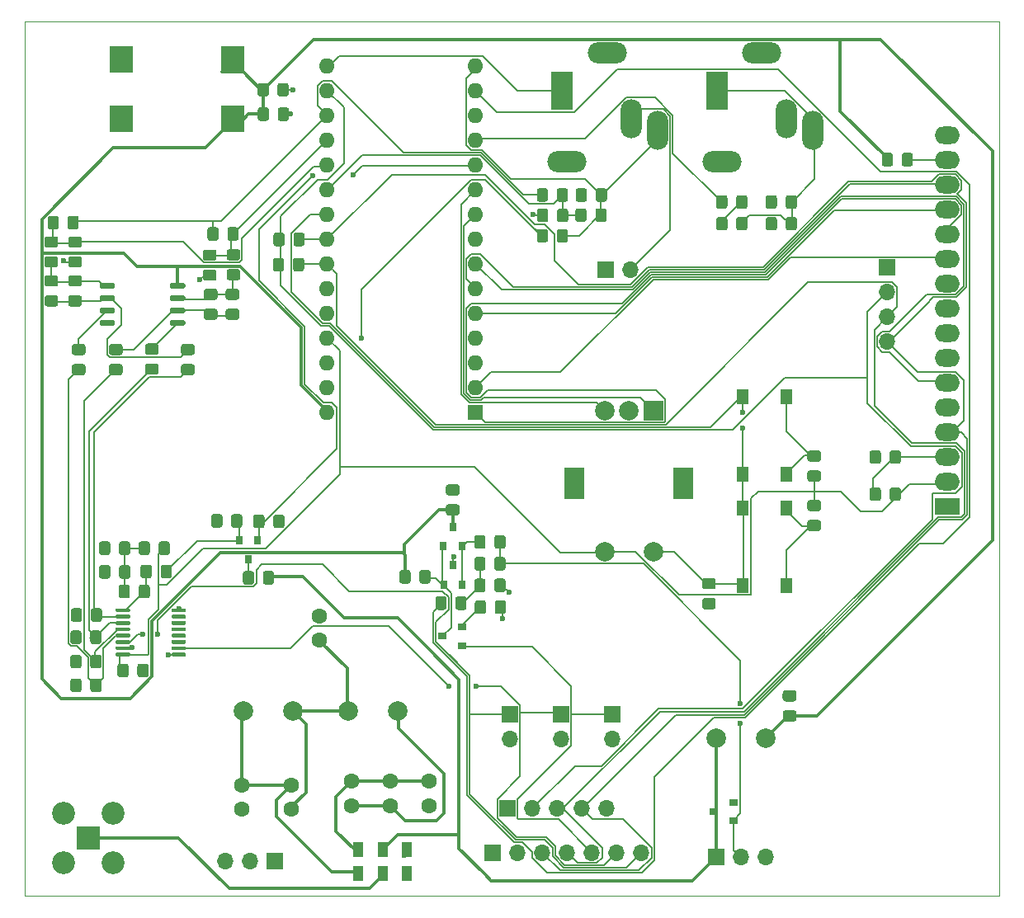
<source format=gbr>
%TF.GenerationSoftware,KiCad,Pcbnew,5.1.6+dfsg1-1*%
%TF.CreationDate,2021-04-07T14:27:39-04:00*%
%TF.ProjectId,uSDX-x,75534458-2d78-42e6-9b69-6361645f7063,rev?*%
%TF.SameCoordinates,Original*%
%TF.FileFunction,Copper,L1,Top*%
%TF.FilePolarity,Positive*%
%FSLAX46Y46*%
G04 Gerber Fmt 4.6, Leading zero omitted, Abs format (unit mm)*
G04 Created by KiCad (PCBNEW 5.1.6+dfsg1-1) date 2021-04-07 14:27:39*
%MOMM*%
%LPD*%
G01*
G04 APERTURE LIST*
%TA.AperFunction,Profile*%
%ADD10C,0.050000*%
%TD*%
%TA.AperFunction,SMDPad,CuDef*%
%ADD11R,2.400000X2.800000*%
%TD*%
%TA.AperFunction,ComponentPad*%
%ADD12C,2.340000*%
%TD*%
%TA.AperFunction,ComponentPad*%
%ADD13R,2.340000X2.340000*%
%TD*%
%TA.AperFunction,ComponentPad*%
%ADD14O,2.600000X1.800000*%
%TD*%
%TA.AperFunction,ComponentPad*%
%ADD15R,2.600000X1.800000*%
%TD*%
%TA.AperFunction,ComponentPad*%
%ADD16R,2.000000X2.000000*%
%TD*%
%TA.AperFunction,ComponentPad*%
%ADD17C,2.000000*%
%TD*%
%TA.AperFunction,ComponentPad*%
%ADD18R,2.000000X3.200000*%
%TD*%
%TA.AperFunction,ComponentPad*%
%ADD19O,1.700000X1.700000*%
%TD*%
%TA.AperFunction,ComponentPad*%
%ADD20R,1.700000X1.700000*%
%TD*%
%TA.AperFunction,SMDPad,CuDef*%
%ADD21R,1.300000X1.550000*%
%TD*%
%TA.AperFunction,SMDPad,CuDef*%
%ADD22R,1.000000X1.600000*%
%TD*%
%TA.AperFunction,SMDPad,CuDef*%
%ADD23R,0.900000X0.800000*%
%TD*%
%TA.AperFunction,SMDPad,CuDef*%
%ADD24R,0.800000X0.900000*%
%TD*%
%TA.AperFunction,ComponentPad*%
%ADD25O,4.000000X2.200000*%
%TD*%
%TA.AperFunction,ComponentPad*%
%ADD26O,2.200000X4.000000*%
%TD*%
%TA.AperFunction,ComponentPad*%
%ADD27R,2.200000X4.000000*%
%TD*%
%TA.AperFunction,ComponentPad*%
%ADD28C,1.600000*%
%TD*%
%TA.AperFunction,ComponentPad*%
%ADD29O,1.600000X1.600000*%
%TD*%
%TA.AperFunction,ComponentPad*%
%ADD30R,1.600000X1.600000*%
%TD*%
%TA.AperFunction,ViaPad*%
%ADD31C,0.600000*%
%TD*%
%TA.AperFunction,Conductor*%
%ADD32C,0.127000*%
%TD*%
%TA.AperFunction,Conductor*%
%ADD33C,0.300000*%
%TD*%
%TA.AperFunction,Conductor*%
%ADD34C,0.200000*%
%TD*%
G04 APERTURE END LIST*
D10*
X89350000Y-143150000D02*
X89350000Y-53400000D01*
X189350000Y-143150000D02*
X89350000Y-143150000D01*
X189350000Y-53400000D02*
X189350000Y-143150000D01*
X89350000Y-53400000D02*
X189350000Y-53400000D01*
D11*
%TO.P,J1,2*%
%TO.N,GND*%
X99300000Y-57300000D03*
%TO.P,J1,3*%
%TO.N,Net-(J1-Pad3)*%
X99300000Y-63400000D03*
%TO.P,J1,1*%
%TO.N,+12V*%
X110700000Y-63400000D03*
X110700000Y-57300000D03*
%TD*%
D12*
%TO.P,J3,5*%
%TO.N,N/C*%
X93380000Y-139740000D03*
%TO.P,J3,3*%
X98460000Y-139740000D03*
%TO.P,J3,4*%
X93380000Y-134660000D03*
%TO.P,J3,2*%
%TO.N,GND*%
X98460000Y-134660000D03*
D13*
%TO.P,J3,1*%
%TO.N,Net-(J3-Pad1)*%
X95920000Y-137200000D03*
%TD*%
D14*
%TO.P,J10,16*%
%TO.N,GND*%
X184005000Y-65090000D03*
%TO.P,J10,15*%
%TO.N,Net-(J10-Pad15)*%
X184005000Y-67630000D03*
%TO.P,J10,14*%
%TO.N,LCD_D7*%
X184005000Y-70170000D03*
%TO.P,J10,13*%
%TO.N,LCD_D6*%
X184005000Y-72710000D03*
%TO.P,J10,12*%
%TO.N,LCD_D5*%
X184005000Y-75250000D03*
%TO.P,J10,11*%
%TO.N,LCD_D4*%
X184005000Y-77790000D03*
%TO.P,J10,10*%
%TO.N,Net-(J10-Pad10)*%
X184005000Y-80330000D03*
%TO.P,J10,9*%
%TO.N,Net-(J10-Pad9)*%
X184005000Y-82870000D03*
%TO.P,J10,8*%
%TO.N,Net-(J10-Pad8)*%
X184005000Y-85410000D03*
%TO.P,J10,7*%
%TO.N,Net-(J10-Pad7)*%
X184005000Y-87950000D03*
%TO.P,J10,6*%
%TO.N,LCD_EN*%
X184005000Y-90490000D03*
%TO.P,J10,5*%
%TO.N,GND*%
X184005000Y-93030000D03*
%TO.P,J10,4*%
%TO.N,LCD_RS*%
X184005000Y-95570000D03*
%TO.P,J10,3*%
%TO.N,Net-(J10-Pad3)*%
X184005000Y-98110000D03*
%TO.P,J10,2*%
%TO.N,+5V*%
X184005000Y-100650000D03*
D15*
%TO.P,J10,1*%
%TO.N,GND*%
X184005000Y-103190000D03*
%TD*%
D16*
%TO.P,SW4,A*%
%TO.N,ROT_A*%
X153850000Y-93320000D03*
D17*
%TO.P,SW4,C*%
%TO.N,GND*%
X151350000Y-93320000D03*
%TO.P,SW4,B*%
%TO.N,ROT_B*%
X148850000Y-93320000D03*
D18*
%TO.P,SW4,MP*%
%TO.N,N/C*%
X156950000Y-100820000D03*
X145750000Y-100820000D03*
D17*
%TO.P,SW4,S2*%
%TO.N,BUTTONS*%
X153850000Y-107820000D03*
%TO.P,SW4,S1*%
%TO.N,+5V*%
X148850000Y-107820000D03*
%TD*%
D19*
%TO.P,J9,4*%
%TO.N,LCD_RS*%
X177850000Y-86270000D03*
%TO.P,J9,3*%
%TO.N,SCL_3V3*%
X177850000Y-83730000D03*
%TO.P,J9,2*%
%TO.N,+3V3*%
X177850000Y-81190000D03*
D20*
%TO.P,J9,1*%
%TO.N,GND*%
X177850000Y-78650000D03*
%TD*%
%TO.P,U2,8*%
%TO.N,+12V*%
%TA.AperFunction,SMDPad,CuDef*%
G36*
G01*
X104233600Y-80665000D02*
X104233600Y-80365000D01*
G75*
G02*
X104383600Y-80215000I150000J0D01*
G01*
X105683600Y-80215000D01*
G75*
G02*
X105833600Y-80365000I0J-150000D01*
G01*
X105833600Y-80665000D01*
G75*
G02*
X105683600Y-80815000I-150000J0D01*
G01*
X104383600Y-80815000D01*
G75*
G02*
X104233600Y-80665000I0J150000D01*
G01*
G37*
%TD.AperFunction*%
%TO.P,U2,7*%
%TO.N,Net-(C16-Pad1)*%
%TA.AperFunction,SMDPad,CuDef*%
G36*
G01*
X104233600Y-81935000D02*
X104233600Y-81635000D01*
G75*
G02*
X104383600Y-81485000I150000J0D01*
G01*
X105683600Y-81485000D01*
G75*
G02*
X105833600Y-81635000I0J-150000D01*
G01*
X105833600Y-81935000D01*
G75*
G02*
X105683600Y-82085000I-150000J0D01*
G01*
X104383600Y-82085000D01*
G75*
G02*
X104233600Y-81935000I0J150000D01*
G01*
G37*
%TD.AperFunction*%
%TO.P,U2,6*%
%TO.N,Net-(C16-Pad2)*%
%TA.AperFunction,SMDPad,CuDef*%
G36*
G01*
X104233600Y-83205000D02*
X104233600Y-82905000D01*
G75*
G02*
X104383600Y-82755000I150000J0D01*
G01*
X105683600Y-82755000D01*
G75*
G02*
X105833600Y-82905000I0J-150000D01*
G01*
X105833600Y-83205000D01*
G75*
G02*
X105683600Y-83355000I-150000J0D01*
G01*
X104383600Y-83355000D01*
G75*
G02*
X104233600Y-83205000I0J150000D01*
G01*
G37*
%TD.AperFunction*%
%TO.P,U2,5*%
%TO.N,Net-(R10-Pad2)*%
%TA.AperFunction,SMDPad,CuDef*%
G36*
G01*
X104233600Y-84475000D02*
X104233600Y-84175000D01*
G75*
G02*
X104383600Y-84025000I150000J0D01*
G01*
X105683600Y-84025000D01*
G75*
G02*
X105833600Y-84175000I0J-150000D01*
G01*
X105833600Y-84475000D01*
G75*
G02*
X105683600Y-84625000I-150000J0D01*
G01*
X104383600Y-84625000D01*
G75*
G02*
X104233600Y-84475000I0J150000D01*
G01*
G37*
%TD.AperFunction*%
%TO.P,U2,4*%
%TO.N,GND*%
%TA.AperFunction,SMDPad,CuDef*%
G36*
G01*
X97033600Y-84475000D02*
X97033600Y-84175000D01*
G75*
G02*
X97183600Y-84025000I150000J0D01*
G01*
X98483600Y-84025000D01*
G75*
G02*
X98633600Y-84175000I0J-150000D01*
G01*
X98633600Y-84475000D01*
G75*
G02*
X98483600Y-84625000I-150000J0D01*
G01*
X97183600Y-84625000D01*
G75*
G02*
X97033600Y-84475000I0J150000D01*
G01*
G37*
%TD.AperFunction*%
%TO.P,U2,3*%
%TO.N,Net-(R11-Pad2)*%
%TA.AperFunction,SMDPad,CuDef*%
G36*
G01*
X97033600Y-83205000D02*
X97033600Y-82905000D01*
G75*
G02*
X97183600Y-82755000I150000J0D01*
G01*
X98483600Y-82755000D01*
G75*
G02*
X98633600Y-82905000I0J-150000D01*
G01*
X98633600Y-83205000D01*
G75*
G02*
X98483600Y-83355000I-150000J0D01*
G01*
X97183600Y-83355000D01*
G75*
G02*
X97033600Y-83205000I0J150000D01*
G01*
G37*
%TD.AperFunction*%
%TO.P,U2,2*%
%TO.N,Net-(C17-Pad2)*%
%TA.AperFunction,SMDPad,CuDef*%
G36*
G01*
X97033600Y-81935000D02*
X97033600Y-81635000D01*
G75*
G02*
X97183600Y-81485000I150000J0D01*
G01*
X98483600Y-81485000D01*
G75*
G02*
X98633600Y-81635000I0J-150000D01*
G01*
X98633600Y-81935000D01*
G75*
G02*
X98483600Y-82085000I-150000J0D01*
G01*
X97183600Y-82085000D01*
G75*
G02*
X97033600Y-81935000I0J150000D01*
G01*
G37*
%TD.AperFunction*%
%TO.P,U2,1*%
%TO.N,Net-(C17-Pad1)*%
%TA.AperFunction,SMDPad,CuDef*%
G36*
G01*
X97033600Y-80665000D02*
X97033600Y-80365000D01*
G75*
G02*
X97183600Y-80215000I150000J0D01*
G01*
X98483600Y-80215000D01*
G75*
G02*
X98633600Y-80365000I0J-150000D01*
G01*
X98633600Y-80665000D01*
G75*
G02*
X98483600Y-80815000I-150000J0D01*
G01*
X97183600Y-80815000D01*
G75*
G02*
X97033600Y-80665000I0J150000D01*
G01*
G37*
%TD.AperFunction*%
%TD*%
%TO.P,U1,16*%
%TO.N,+5V*%
%TA.AperFunction,SMDPad,CuDef*%
G36*
G01*
X100172600Y-118278600D02*
X100172600Y-118478600D01*
G75*
G02*
X100072600Y-118578600I-100000J0D01*
G01*
X98797600Y-118578600D01*
G75*
G02*
X98697600Y-118478600I0J100000D01*
G01*
X98697600Y-118278600D01*
G75*
G02*
X98797600Y-118178600I100000J0D01*
G01*
X100072600Y-118178600D01*
G75*
G02*
X100172600Y-118278600I0J-100000D01*
G01*
G37*
%TD.AperFunction*%
%TO.P,U1,15*%
%TO.N,GND*%
%TA.AperFunction,SMDPad,CuDef*%
G36*
G01*
X100172600Y-117628600D02*
X100172600Y-117828600D01*
G75*
G02*
X100072600Y-117928600I-100000J0D01*
G01*
X98797600Y-117928600D01*
G75*
G02*
X98697600Y-117828600I0J100000D01*
G01*
X98697600Y-117628600D01*
G75*
G02*
X98797600Y-117528600I100000J0D01*
G01*
X100072600Y-117528600D01*
G75*
G02*
X100172600Y-117628600I0J-100000D01*
G01*
G37*
%TD.AperFunction*%
%TO.P,U1,14*%
%TO.N,CLK0*%
%TA.AperFunction,SMDPad,CuDef*%
G36*
G01*
X100172600Y-116978600D02*
X100172600Y-117178600D01*
G75*
G02*
X100072600Y-117278600I-100000J0D01*
G01*
X98797600Y-117278600D01*
G75*
G02*
X98697600Y-117178600I0J100000D01*
G01*
X98697600Y-116978600D01*
G75*
G02*
X98797600Y-116878600I100000J0D01*
G01*
X100072600Y-116878600D01*
G75*
G02*
X100172600Y-116978600I0J-100000D01*
G01*
G37*
%TD.AperFunction*%
%TO.P,U1,13*%
%TO.N,90deg*%
%TA.AperFunction,SMDPad,CuDef*%
G36*
G01*
X100172600Y-116328600D02*
X100172600Y-116528600D01*
G75*
G02*
X100072600Y-116628600I-100000J0D01*
G01*
X98797600Y-116628600D01*
G75*
G02*
X98697600Y-116528600I0J100000D01*
G01*
X98697600Y-116328600D01*
G75*
G02*
X98797600Y-116228600I100000J0D01*
G01*
X100072600Y-116228600D01*
G75*
G02*
X100172600Y-116328600I0J-100000D01*
G01*
G37*
%TD.AperFunction*%
%TO.P,U1,12*%
%TO.N,0deg*%
%TA.AperFunction,SMDPad,CuDef*%
G36*
G01*
X100172600Y-115678600D02*
X100172600Y-115878600D01*
G75*
G02*
X100072600Y-115978600I-100000J0D01*
G01*
X98797600Y-115978600D01*
G75*
G02*
X98697600Y-115878600I0J100000D01*
G01*
X98697600Y-115678600D01*
G75*
G02*
X98797600Y-115578600I100000J0D01*
G01*
X100072600Y-115578600D01*
G75*
G02*
X100172600Y-115678600I0J-100000D01*
G01*
G37*
%TD.AperFunction*%
%TO.P,U1,11*%
%TO.N,180deg*%
%TA.AperFunction,SMDPad,CuDef*%
G36*
G01*
X100172600Y-115028600D02*
X100172600Y-115228600D01*
G75*
G02*
X100072600Y-115328600I-100000J0D01*
G01*
X98797600Y-115328600D01*
G75*
G02*
X98697600Y-115228600I0J100000D01*
G01*
X98697600Y-115028600D01*
G75*
G02*
X98797600Y-114928600I100000J0D01*
G01*
X100072600Y-114928600D01*
G75*
G02*
X100172600Y-115028600I0J-100000D01*
G01*
G37*
%TD.AperFunction*%
%TO.P,U1,10*%
%TO.N,270deg*%
%TA.AperFunction,SMDPad,CuDef*%
G36*
G01*
X100172600Y-114378600D02*
X100172600Y-114578600D01*
G75*
G02*
X100072600Y-114678600I-100000J0D01*
G01*
X98797600Y-114678600D01*
G75*
G02*
X98697600Y-114578600I0J100000D01*
G01*
X98697600Y-114378600D01*
G75*
G02*
X98797600Y-114278600I100000J0D01*
G01*
X100072600Y-114278600D01*
G75*
G02*
X100172600Y-114378600I0J-100000D01*
G01*
G37*
%TD.AperFunction*%
%TO.P,U1,9*%
%TO.N,Net-(C2-Pad2)*%
%TA.AperFunction,SMDPad,CuDef*%
G36*
G01*
X100172600Y-113728600D02*
X100172600Y-113928600D01*
G75*
G02*
X100072600Y-114028600I-100000J0D01*
G01*
X98797600Y-114028600D01*
G75*
G02*
X98697600Y-113928600I0J100000D01*
G01*
X98697600Y-113728600D01*
G75*
G02*
X98797600Y-113628600I100000J0D01*
G01*
X100072600Y-113628600D01*
G75*
G02*
X100172600Y-113728600I0J-100000D01*
G01*
G37*
%TD.AperFunction*%
%TO.P,U1,8*%
%TO.N,GND*%
%TA.AperFunction,SMDPad,CuDef*%
G36*
G01*
X105897600Y-113728600D02*
X105897600Y-113928600D01*
G75*
G02*
X105797600Y-114028600I-100000J0D01*
G01*
X104522600Y-114028600D01*
G75*
G02*
X104422600Y-113928600I0J100000D01*
G01*
X104422600Y-113728600D01*
G75*
G02*
X104522600Y-113628600I100000J0D01*
G01*
X105797600Y-113628600D01*
G75*
G02*
X105897600Y-113728600I0J-100000D01*
G01*
G37*
%TD.AperFunction*%
%TO.P,U1,7*%
%TO.N,Net-(U1-Pad7)*%
%TA.AperFunction,SMDPad,CuDef*%
G36*
G01*
X105897600Y-114378600D02*
X105897600Y-114578600D01*
G75*
G02*
X105797600Y-114678600I-100000J0D01*
G01*
X104522600Y-114678600D01*
G75*
G02*
X104422600Y-114578600I0J100000D01*
G01*
X104422600Y-114378600D01*
G75*
G02*
X104522600Y-114278600I100000J0D01*
G01*
X105797600Y-114278600D01*
G75*
G02*
X105897600Y-114378600I0J-100000D01*
G01*
G37*
%TD.AperFunction*%
%TO.P,U1,6*%
%TO.N,Net-(U1-Pad6)*%
%TA.AperFunction,SMDPad,CuDef*%
G36*
G01*
X105897600Y-115028600D02*
X105897600Y-115228600D01*
G75*
G02*
X105797600Y-115328600I-100000J0D01*
G01*
X104522600Y-115328600D01*
G75*
G02*
X104422600Y-115228600I0J100000D01*
G01*
X104422600Y-115028600D01*
G75*
G02*
X104522600Y-114928600I100000J0D01*
G01*
X105797600Y-114928600D01*
G75*
G02*
X105897600Y-115028600I0J-100000D01*
G01*
G37*
%TD.AperFunction*%
%TO.P,U1,5*%
%TO.N,Net-(U1-Pad5)*%
%TA.AperFunction,SMDPad,CuDef*%
G36*
G01*
X105897600Y-115678600D02*
X105897600Y-115878600D01*
G75*
G02*
X105797600Y-115978600I-100000J0D01*
G01*
X104522600Y-115978600D01*
G75*
G02*
X104422600Y-115878600I0J100000D01*
G01*
X104422600Y-115678600D01*
G75*
G02*
X104522600Y-115578600I100000J0D01*
G01*
X105797600Y-115578600D01*
G75*
G02*
X105897600Y-115678600I0J-100000D01*
G01*
G37*
%TD.AperFunction*%
%TO.P,U1,4*%
%TO.N,Net-(U1-Pad4)*%
%TA.AperFunction,SMDPad,CuDef*%
G36*
G01*
X105897600Y-116328600D02*
X105897600Y-116528600D01*
G75*
G02*
X105797600Y-116628600I-100000J0D01*
G01*
X104522600Y-116628600D01*
G75*
G02*
X104422600Y-116528600I0J100000D01*
G01*
X104422600Y-116328600D01*
G75*
G02*
X104522600Y-116228600I100000J0D01*
G01*
X105797600Y-116228600D01*
G75*
G02*
X105897600Y-116328600I0J-100000D01*
G01*
G37*
%TD.AperFunction*%
%TO.P,U1,3*%
%TO.N,Net-(U1-Pad3)*%
%TA.AperFunction,SMDPad,CuDef*%
G36*
G01*
X105897600Y-116978600D02*
X105897600Y-117178600D01*
G75*
G02*
X105797600Y-117278600I-100000J0D01*
G01*
X104522600Y-117278600D01*
G75*
G02*
X104422600Y-117178600I0J100000D01*
G01*
X104422600Y-116978600D01*
G75*
G02*
X104522600Y-116878600I100000J0D01*
G01*
X105797600Y-116878600D01*
G75*
G02*
X105897600Y-116978600I0J-100000D01*
G01*
G37*
%TD.AperFunction*%
%TO.P,U1,2*%
%TO.N,CLK1*%
%TA.AperFunction,SMDPad,CuDef*%
G36*
G01*
X105897600Y-117628600D02*
X105897600Y-117828600D01*
G75*
G02*
X105797600Y-117928600I-100000J0D01*
G01*
X104522600Y-117928600D01*
G75*
G02*
X104422600Y-117828600I0J100000D01*
G01*
X104422600Y-117628600D01*
G75*
G02*
X104522600Y-117528600I100000J0D01*
G01*
X105797600Y-117528600D01*
G75*
G02*
X105897600Y-117628600I0J-100000D01*
G01*
G37*
%TD.AperFunction*%
%TO.P,U1,1*%
%TO.N,GND*%
%TA.AperFunction,SMDPad,CuDef*%
G36*
G01*
X105897600Y-118278600D02*
X105897600Y-118478600D01*
G75*
G02*
X105797600Y-118578600I-100000J0D01*
G01*
X104522600Y-118578600D01*
G75*
G02*
X104422600Y-118478600I0J100000D01*
G01*
X104422600Y-118278600D01*
G75*
G02*
X104522600Y-118178600I100000J0D01*
G01*
X105797600Y-118178600D01*
G75*
G02*
X105897600Y-118278600I0J-100000D01*
G01*
G37*
%TD.AperFunction*%
%TD*%
D21*
%TO.P,SW3,2*%
%TO.N,Net-(R22-Pad2)*%
X167530000Y-91885000D03*
%TO.P,SW3,1*%
%TO.N,BUTTONS*%
X163030000Y-91885000D03*
X163030000Y-99835000D03*
%TO.P,SW3,2*%
%TO.N,Net-(R22-Pad2)*%
X167530000Y-99835000D03*
%TD*%
%TO.P,SW2,2*%
%TO.N,Net-(R21-Pad2)*%
X167530000Y-103315000D03*
%TO.P,SW2,1*%
%TO.N,BUTTONS*%
X163030000Y-103315000D03*
X163030000Y-111265000D03*
%TO.P,SW2,2*%
%TO.N,Net-(R21-Pad2)*%
X167530000Y-111265000D03*
%TD*%
D22*
%TO.P,SW1,3*%
%TO.N,Net-(J2-Pad1)*%
X128600000Y-138420000D03*
%TO.P,SW1,2*%
%TO.N,RF*%
X126100000Y-138420000D03*
%TO.P,SW1,1*%
%TO.N,Net-(C14-Pad2)*%
X123600000Y-138420000D03*
%TO.P,SW1,6*%
%TO.N,Net-(J2-Pad3)*%
X128600000Y-140820000D03*
%TO.P,SW1,5*%
%TO.N,Net-(J3-Pad1)*%
X126100000Y-140820000D03*
%TO.P,SW1,4*%
%TO.N,Net-(C19-Pad1)*%
X123600000Y-140820000D03*
%TD*%
%TO.P,R30,2*%
%TO.N,+5V*%
%TA.AperFunction,SMDPad,CuDef*%
G36*
G01*
X143050000Y-74932599D02*
X143050000Y-75832601D01*
G75*
G02*
X142800001Y-76082600I-249999J0D01*
G01*
X142149999Y-76082600D01*
G75*
G02*
X141900000Y-75832601I0J249999D01*
G01*
X141900000Y-74932599D01*
G75*
G02*
X142149999Y-74682600I249999J0D01*
G01*
X142800001Y-74682600D01*
G75*
G02*
X143050000Y-74932599I0J-249999D01*
G01*
G37*
%TD.AperFunction*%
%TO.P,R30,1*%
%TO.N,DAH*%
%TA.AperFunction,SMDPad,CuDef*%
G36*
G01*
X145100000Y-74932599D02*
X145100000Y-75832601D01*
G75*
G02*
X144850001Y-76082600I-249999J0D01*
G01*
X144199999Y-76082600D01*
G75*
G02*
X143950000Y-75832601I0J249999D01*
G01*
X143950000Y-74932599D01*
G75*
G02*
X144199999Y-74682600I249999J0D01*
G01*
X144850001Y-74682600D01*
G75*
G02*
X145100000Y-74932599I0J-249999D01*
G01*
G37*
%TD.AperFunction*%
%TD*%
%TO.P,R29,2*%
%TO.N,DVM*%
%TA.AperFunction,SMDPad,CuDef*%
G36*
G01*
X143975000Y-73750001D02*
X143975000Y-72849999D01*
G75*
G02*
X144224999Y-72600000I249999J0D01*
G01*
X144875001Y-72600000D01*
G75*
G02*
X145125000Y-72849999I0J-249999D01*
G01*
X145125000Y-73750001D01*
G75*
G02*
X144875001Y-74000000I-249999J0D01*
G01*
X144224999Y-74000000D01*
G75*
G02*
X143975000Y-73750001I0J249999D01*
G01*
G37*
%TD.AperFunction*%
%TO.P,R29,1*%
%TO.N,GND*%
%TA.AperFunction,SMDPad,CuDef*%
G36*
G01*
X141925000Y-73750001D02*
X141925000Y-72849999D01*
G75*
G02*
X142174999Y-72600000I249999J0D01*
G01*
X142825001Y-72600000D01*
G75*
G02*
X143075000Y-72849999I0J-249999D01*
G01*
X143075000Y-73750001D01*
G75*
G02*
X142825001Y-74000000I-249999J0D01*
G01*
X142174999Y-74000000D01*
G75*
G02*
X141925000Y-73750001I0J249999D01*
G01*
G37*
%TD.AperFunction*%
%TD*%
%TO.P,R28,2*%
%TO.N,AREF*%
%TA.AperFunction,SMDPad,CuDef*%
G36*
G01*
X143050000Y-70749999D02*
X143050000Y-71650001D01*
G75*
G02*
X142800001Y-71900000I-249999J0D01*
G01*
X142149999Y-71900000D01*
G75*
G02*
X141900000Y-71650001I0J249999D01*
G01*
X141900000Y-70749999D01*
G75*
G02*
X142149999Y-70500000I249999J0D01*
G01*
X142800001Y-70500000D01*
G75*
G02*
X143050000Y-70749999I0J-249999D01*
G01*
G37*
%TD.AperFunction*%
%TO.P,R28,1*%
%TO.N,DVM*%
%TA.AperFunction,SMDPad,CuDef*%
G36*
G01*
X145100000Y-70749999D02*
X145100000Y-71650001D01*
G75*
G02*
X144850001Y-71900000I-249999J0D01*
G01*
X144199999Y-71900000D01*
G75*
G02*
X143950000Y-71650001I0J249999D01*
G01*
X143950000Y-70749999D01*
G75*
G02*
X144199999Y-70500000I249999J0D01*
G01*
X144850001Y-70500000D01*
G75*
G02*
X145100000Y-70749999I0J-249999D01*
G01*
G37*
%TD.AperFunction*%
%TD*%
%TO.P,R27,2*%
%TO.N,Net-(C24-Pad2)*%
%TA.AperFunction,SMDPad,CuDef*%
G36*
G01*
X161460000Y-73699999D02*
X161460000Y-74600001D01*
G75*
G02*
X161210001Y-74850000I-249999J0D01*
G01*
X160559999Y-74850000D01*
G75*
G02*
X160310000Y-74600001I0J249999D01*
G01*
X160310000Y-73699999D01*
G75*
G02*
X160559999Y-73450000I249999J0D01*
G01*
X161210001Y-73450000D01*
G75*
G02*
X161460000Y-73699999I0J-249999D01*
G01*
G37*
%TD.AperFunction*%
%TO.P,R27,1*%
%TO.N,Net-(C25-Pad1)*%
%TA.AperFunction,SMDPad,CuDef*%
G36*
G01*
X163510000Y-73699999D02*
X163510000Y-74600001D01*
G75*
G02*
X163260001Y-74850000I-249999J0D01*
G01*
X162609999Y-74850000D01*
G75*
G02*
X162360000Y-74600001I0J249999D01*
G01*
X162360000Y-73699999D01*
G75*
G02*
X162609999Y-73450000I249999J0D01*
G01*
X163260001Y-73450000D01*
G75*
G02*
X163510000Y-73699999I0J-249999D01*
G01*
G37*
%TD.AperFunction*%
%TD*%
%TO.P,R26,2*%
%TO.N,+12V*%
%TA.AperFunction,SMDPad,CuDef*%
G36*
G01*
X178449600Y-67129199D02*
X178449600Y-68029201D01*
G75*
G02*
X178199601Y-68279200I-249999J0D01*
G01*
X177549599Y-68279200D01*
G75*
G02*
X177299600Y-68029201I0J249999D01*
G01*
X177299600Y-67129199D01*
G75*
G02*
X177549599Y-66879200I249999J0D01*
G01*
X178199601Y-66879200D01*
G75*
G02*
X178449600Y-67129199I0J-249999D01*
G01*
G37*
%TD.AperFunction*%
%TO.P,R26,1*%
%TO.N,Net-(J10-Pad15)*%
%TA.AperFunction,SMDPad,CuDef*%
G36*
G01*
X180499600Y-67129199D02*
X180499600Y-68029201D01*
G75*
G02*
X180249601Y-68279200I-249999J0D01*
G01*
X179599599Y-68279200D01*
G75*
G02*
X179349600Y-68029201I0J249999D01*
G01*
X179349600Y-67129199D01*
G75*
G02*
X179599599Y-66879200I249999J0D01*
G01*
X180249601Y-66879200D01*
G75*
G02*
X180499600Y-67129199I0J-249999D01*
G01*
G37*
%TD.AperFunction*%
%TD*%
%TO.P,R25,2*%
%TO.N,Net-(J10-Pad3)*%
%TA.AperFunction,SMDPad,CuDef*%
G36*
G01*
X177205000Y-101469999D02*
X177205000Y-102370001D01*
G75*
G02*
X176955001Y-102620000I-249999J0D01*
G01*
X176304999Y-102620000D01*
G75*
G02*
X176055000Y-102370001I0J249999D01*
G01*
X176055000Y-101469999D01*
G75*
G02*
X176304999Y-101220000I249999J0D01*
G01*
X176955001Y-101220000D01*
G75*
G02*
X177205000Y-101469999I0J-249999D01*
G01*
G37*
%TD.AperFunction*%
%TO.P,R25,1*%
%TO.N,+5V*%
%TA.AperFunction,SMDPad,CuDef*%
G36*
G01*
X179255000Y-101469999D02*
X179255000Y-102370001D01*
G75*
G02*
X179005001Y-102620000I-249999J0D01*
G01*
X178354999Y-102620000D01*
G75*
G02*
X178105000Y-102370001I0J249999D01*
G01*
X178105000Y-101469999D01*
G75*
G02*
X178354999Y-101220000I249999J0D01*
G01*
X179005001Y-101220000D01*
G75*
G02*
X179255000Y-101469999I0J-249999D01*
G01*
G37*
%TD.AperFunction*%
%TD*%
%TO.P,R24,2*%
%TO.N,GND*%
%TA.AperFunction,SMDPad,CuDef*%
G36*
G01*
X177205000Y-97659999D02*
X177205000Y-98560001D01*
G75*
G02*
X176955001Y-98810000I-249999J0D01*
G01*
X176304999Y-98810000D01*
G75*
G02*
X176055000Y-98560001I0J249999D01*
G01*
X176055000Y-97659999D01*
G75*
G02*
X176304999Y-97410000I249999J0D01*
G01*
X176955001Y-97410000D01*
G75*
G02*
X177205000Y-97659999I0J-249999D01*
G01*
G37*
%TD.AperFunction*%
%TO.P,R24,1*%
%TO.N,Net-(J10-Pad3)*%
%TA.AperFunction,SMDPad,CuDef*%
G36*
G01*
X179255000Y-97659999D02*
X179255000Y-98560001D01*
G75*
G02*
X179005001Y-98810000I-249999J0D01*
G01*
X178354999Y-98810000D01*
G75*
G02*
X178105000Y-98560001I0J249999D01*
G01*
X178105000Y-97659999D01*
G75*
G02*
X178354999Y-97410000I249999J0D01*
G01*
X179005001Y-97410000D01*
G75*
G02*
X179255000Y-97659999I0J-249999D01*
G01*
G37*
%TD.AperFunction*%
%TD*%
%TO.P,R23,2*%
%TO.N,BUTTONS*%
%TA.AperFunction,SMDPad,CuDef*%
G36*
G01*
X160015001Y-111675000D02*
X159114999Y-111675000D01*
G75*
G02*
X158865000Y-111425001I0J249999D01*
G01*
X158865000Y-110774999D01*
G75*
G02*
X159114999Y-110525000I249999J0D01*
G01*
X160015001Y-110525000D01*
G75*
G02*
X160265000Y-110774999I0J-249999D01*
G01*
X160265000Y-111425001D01*
G75*
G02*
X160015001Y-111675000I-249999J0D01*
G01*
G37*
%TD.AperFunction*%
%TO.P,R23,1*%
%TO.N,GND*%
%TA.AperFunction,SMDPad,CuDef*%
G36*
G01*
X160015001Y-113725000D02*
X159114999Y-113725000D01*
G75*
G02*
X158865000Y-113475001I0J249999D01*
G01*
X158865000Y-112824999D01*
G75*
G02*
X159114999Y-112575000I249999J0D01*
G01*
X160015001Y-112575000D01*
G75*
G02*
X160265000Y-112824999I0J-249999D01*
G01*
X160265000Y-113475001D01*
G75*
G02*
X160015001Y-113725000I-249999J0D01*
G01*
G37*
%TD.AperFunction*%
%TD*%
%TO.P,R22,2*%
%TO.N,Net-(R22-Pad2)*%
%TA.AperFunction,SMDPad,CuDef*%
G36*
G01*
X170810001Y-98585000D02*
X169909999Y-98585000D01*
G75*
G02*
X169660000Y-98335001I0J249999D01*
G01*
X169660000Y-97684999D01*
G75*
G02*
X169909999Y-97435000I249999J0D01*
G01*
X170810001Y-97435000D01*
G75*
G02*
X171060000Y-97684999I0J-249999D01*
G01*
X171060000Y-98335001D01*
G75*
G02*
X170810001Y-98585000I-249999J0D01*
G01*
G37*
%TD.AperFunction*%
%TO.P,R22,1*%
%TO.N,+5V*%
%TA.AperFunction,SMDPad,CuDef*%
G36*
G01*
X170810001Y-100635000D02*
X169909999Y-100635000D01*
G75*
G02*
X169660000Y-100385001I0J249999D01*
G01*
X169660000Y-99734999D01*
G75*
G02*
X169909999Y-99485000I249999J0D01*
G01*
X170810001Y-99485000D01*
G75*
G02*
X171060000Y-99734999I0J-249999D01*
G01*
X171060000Y-100385001D01*
G75*
G02*
X170810001Y-100635000I-249999J0D01*
G01*
G37*
%TD.AperFunction*%
%TD*%
%TO.P,R21,2*%
%TO.N,Net-(R21-Pad2)*%
%TA.AperFunction,SMDPad,CuDef*%
G36*
G01*
X169909999Y-104565000D02*
X170810001Y-104565000D01*
G75*
G02*
X171060000Y-104814999I0J-249999D01*
G01*
X171060000Y-105465001D01*
G75*
G02*
X170810001Y-105715000I-249999J0D01*
G01*
X169909999Y-105715000D01*
G75*
G02*
X169660000Y-105465001I0J249999D01*
G01*
X169660000Y-104814999D01*
G75*
G02*
X169909999Y-104565000I249999J0D01*
G01*
G37*
%TD.AperFunction*%
%TO.P,R21,1*%
%TO.N,+5V*%
%TA.AperFunction,SMDPad,CuDef*%
G36*
G01*
X169909999Y-102515000D02*
X170810001Y-102515000D01*
G75*
G02*
X171060000Y-102764999I0J-249999D01*
G01*
X171060000Y-103415001D01*
G75*
G02*
X170810001Y-103665000I-249999J0D01*
G01*
X169909999Y-103665000D01*
G75*
G02*
X169660000Y-103415001I0J249999D01*
G01*
X169660000Y-102764999D01*
G75*
G02*
X169909999Y-102515000I249999J0D01*
G01*
G37*
%TD.AperFunction*%
%TD*%
%TO.P,R20,2*%
%TO.N,SCL_3V3*%
%TA.AperFunction,SMDPad,CuDef*%
G36*
G01*
X116877600Y-78801201D02*
X116877600Y-77901199D01*
G75*
G02*
X117127599Y-77651200I249999J0D01*
G01*
X117777601Y-77651200D01*
G75*
G02*
X118027600Y-77901199I0J-249999D01*
G01*
X118027600Y-78801201D01*
G75*
G02*
X117777601Y-79051200I-249999J0D01*
G01*
X117127599Y-79051200D01*
G75*
G02*
X116877600Y-78801201I0J249999D01*
G01*
G37*
%TD.AperFunction*%
%TO.P,R20,1*%
%TO.N,+3V3*%
%TA.AperFunction,SMDPad,CuDef*%
G36*
G01*
X114827600Y-78801201D02*
X114827600Y-77901199D01*
G75*
G02*
X115077599Y-77651200I249999J0D01*
G01*
X115727601Y-77651200D01*
G75*
G02*
X115977600Y-77901199I0J-249999D01*
G01*
X115977600Y-78801201D01*
G75*
G02*
X115727601Y-79051200I-249999J0D01*
G01*
X115077599Y-79051200D01*
G75*
G02*
X114827600Y-78801201I0J249999D01*
G01*
G37*
%TD.AperFunction*%
%TD*%
%TO.P,R19,2*%
%TO.N,LCD_RS*%
%TA.AperFunction,SMDPad,CuDef*%
G36*
G01*
X116928400Y-76210401D02*
X116928400Y-75310399D01*
G75*
G02*
X117178399Y-75060400I249999J0D01*
G01*
X117828401Y-75060400D01*
G75*
G02*
X118078400Y-75310399I0J-249999D01*
G01*
X118078400Y-76210401D01*
G75*
G02*
X117828401Y-76460400I-249999J0D01*
G01*
X117178399Y-76460400D01*
G75*
G02*
X116928400Y-76210401I0J249999D01*
G01*
G37*
%TD.AperFunction*%
%TO.P,R19,1*%
%TO.N,+3V3*%
%TA.AperFunction,SMDPad,CuDef*%
G36*
G01*
X114878400Y-76210401D02*
X114878400Y-75310399D01*
G75*
G02*
X115128399Y-75060400I249999J0D01*
G01*
X115778401Y-75060400D01*
G75*
G02*
X116028400Y-75310399I0J-249999D01*
G01*
X116028400Y-76210401D01*
G75*
G02*
X115778401Y-76460400I-249999J0D01*
G01*
X115128399Y-76460400D01*
G75*
G02*
X114878400Y-76210401I0J249999D01*
G01*
G37*
%TD.AperFunction*%
%TD*%
%TO.P,R18,2*%
%TO.N,GND*%
%TA.AperFunction,SMDPad,CuDef*%
G36*
G01*
X94074799Y-77494200D02*
X94974801Y-77494200D01*
G75*
G02*
X95224800Y-77744199I0J-249999D01*
G01*
X95224800Y-78394201D01*
G75*
G02*
X94974801Y-78644200I-249999J0D01*
G01*
X94074799Y-78644200D01*
G75*
G02*
X93824800Y-78394201I0J249999D01*
G01*
X93824800Y-77744199D01*
G75*
G02*
X94074799Y-77494200I249999J0D01*
G01*
G37*
%TD.AperFunction*%
%TO.P,R18,1*%
%TO.N,AUDIO2*%
%TA.AperFunction,SMDPad,CuDef*%
G36*
G01*
X94074799Y-75444200D02*
X94974801Y-75444200D01*
G75*
G02*
X95224800Y-75694199I0J-249999D01*
G01*
X95224800Y-76344201D01*
G75*
G02*
X94974801Y-76594200I-249999J0D01*
G01*
X94074799Y-76594200D01*
G75*
G02*
X93824800Y-76344201I0J249999D01*
G01*
X93824800Y-75694199D01*
G75*
G02*
X94074799Y-75444200I249999J0D01*
G01*
G37*
%TD.AperFunction*%
%TD*%
%TO.P,R17,2*%
%TO.N,AUDIO2*%
%TA.AperFunction,SMDPad,CuDef*%
G36*
G01*
X92855600Y-73587999D02*
X92855600Y-74488001D01*
G75*
G02*
X92605601Y-74738000I-249999J0D01*
G01*
X91955599Y-74738000D01*
G75*
G02*
X91705600Y-74488001I0J249999D01*
G01*
X91705600Y-73587999D01*
G75*
G02*
X91955599Y-73338000I249999J0D01*
G01*
X92605601Y-73338000D01*
G75*
G02*
X92855600Y-73587999I0J-249999D01*
G01*
G37*
%TD.AperFunction*%
%TO.P,R17,1*%
%TO.N,AREF*%
%TA.AperFunction,SMDPad,CuDef*%
G36*
G01*
X94905600Y-73587999D02*
X94905600Y-74488001D01*
G75*
G02*
X94655601Y-74738000I-249999J0D01*
G01*
X94005599Y-74738000D01*
G75*
G02*
X93755600Y-74488001I0J249999D01*
G01*
X93755600Y-73587999D01*
G75*
G02*
X94005599Y-73338000I249999J0D01*
G01*
X94655601Y-73338000D01*
G75*
G02*
X94905600Y-73587999I0J-249999D01*
G01*
G37*
%TD.AperFunction*%
%TD*%
%TO.P,R16,2*%
%TO.N,GND*%
%TA.AperFunction,SMDPad,CuDef*%
G36*
G01*
X107892399Y-78856800D02*
X108792401Y-78856800D01*
G75*
G02*
X109042400Y-79106799I0J-249999D01*
G01*
X109042400Y-79756801D01*
G75*
G02*
X108792401Y-80006800I-249999J0D01*
G01*
X107892399Y-80006800D01*
G75*
G02*
X107642400Y-79756801I0J249999D01*
G01*
X107642400Y-79106799D01*
G75*
G02*
X107892399Y-78856800I249999J0D01*
G01*
G37*
%TD.AperFunction*%
%TO.P,R16,1*%
%TO.N,AUDIO1*%
%TA.AperFunction,SMDPad,CuDef*%
G36*
G01*
X107892399Y-76806800D02*
X108792401Y-76806800D01*
G75*
G02*
X109042400Y-77056799I0J-249999D01*
G01*
X109042400Y-77706801D01*
G75*
G02*
X108792401Y-77956800I-249999J0D01*
G01*
X107892399Y-77956800D01*
G75*
G02*
X107642400Y-77706801I0J249999D01*
G01*
X107642400Y-77056799D01*
G75*
G02*
X107892399Y-76806800I249999J0D01*
G01*
G37*
%TD.AperFunction*%
%TD*%
%TO.P,R15,2*%
%TO.N,AUDIO1*%
%TA.AperFunction,SMDPad,CuDef*%
G36*
G01*
X110155000Y-75656401D02*
X110155000Y-74756399D01*
G75*
G02*
X110404999Y-74506400I249999J0D01*
G01*
X111055001Y-74506400D01*
G75*
G02*
X111305000Y-74756399I0J-249999D01*
G01*
X111305000Y-75656401D01*
G75*
G02*
X111055001Y-75906400I-249999J0D01*
G01*
X110404999Y-75906400D01*
G75*
G02*
X110155000Y-75656401I0J249999D01*
G01*
G37*
%TD.AperFunction*%
%TO.P,R15,1*%
%TO.N,AREF*%
%TA.AperFunction,SMDPad,CuDef*%
G36*
G01*
X108105000Y-75656401D02*
X108105000Y-74756399D01*
G75*
G02*
X108354999Y-74506400I249999J0D01*
G01*
X109005001Y-74506400D01*
G75*
G02*
X109255000Y-74756399I0J-249999D01*
G01*
X109255000Y-75656401D01*
G75*
G02*
X109005001Y-75906400I-249999J0D01*
G01*
X108354999Y-75906400D01*
G75*
G02*
X108105000Y-75656401I0J249999D01*
G01*
G37*
%TD.AperFunction*%
%TD*%
%TO.P,R14,2*%
%TO.N,Net-(C17-Pad1)*%
%TA.AperFunction,SMDPad,CuDef*%
G36*
G01*
X94974801Y-80598400D02*
X94074799Y-80598400D01*
G75*
G02*
X93824800Y-80348401I0J249999D01*
G01*
X93824800Y-79698399D01*
G75*
G02*
X94074799Y-79448400I249999J0D01*
G01*
X94974801Y-79448400D01*
G75*
G02*
X95224800Y-79698399I0J-249999D01*
G01*
X95224800Y-80348401D01*
G75*
G02*
X94974801Y-80598400I-249999J0D01*
G01*
G37*
%TD.AperFunction*%
%TO.P,R14,1*%
%TO.N,Net-(C17-Pad2)*%
%TA.AperFunction,SMDPad,CuDef*%
G36*
G01*
X94974801Y-82648400D02*
X94074799Y-82648400D01*
G75*
G02*
X93824800Y-82398401I0J249999D01*
G01*
X93824800Y-81748399D01*
G75*
G02*
X94074799Y-81498400I249999J0D01*
G01*
X94974801Y-81498400D01*
G75*
G02*
X95224800Y-81748399I0J-249999D01*
G01*
X95224800Y-82398401D01*
G75*
G02*
X94974801Y-82648400I-249999J0D01*
G01*
G37*
%TD.AperFunction*%
%TD*%
%TO.P,R13,2*%
%TO.N,Net-(C16-Pad1)*%
%TA.AperFunction,SMDPad,CuDef*%
G36*
G01*
X108894001Y-81970000D02*
X107993999Y-81970000D01*
G75*
G02*
X107744000Y-81720001I0J249999D01*
G01*
X107744000Y-81069999D01*
G75*
G02*
X107993999Y-80820000I249999J0D01*
G01*
X108894001Y-80820000D01*
G75*
G02*
X109144000Y-81069999I0J-249999D01*
G01*
X109144000Y-81720001D01*
G75*
G02*
X108894001Y-81970000I-249999J0D01*
G01*
G37*
%TD.AperFunction*%
%TO.P,R13,1*%
%TO.N,Net-(C16-Pad2)*%
%TA.AperFunction,SMDPad,CuDef*%
G36*
G01*
X108894001Y-84020000D02*
X107993999Y-84020000D01*
G75*
G02*
X107744000Y-83770001I0J249999D01*
G01*
X107744000Y-83119999D01*
G75*
G02*
X107993999Y-82870000I249999J0D01*
G01*
X108894001Y-82870000D01*
G75*
G02*
X109144000Y-83119999I0J-249999D01*
G01*
X109144000Y-83770001D01*
G75*
G02*
X108894001Y-84020000I-249999J0D01*
G01*
G37*
%TD.AperFunction*%
%TD*%
%TO.P,R12,2*%
%TO.N,Net-(C17-Pad2)*%
%TA.AperFunction,SMDPad,CuDef*%
G36*
G01*
X106550001Y-87650000D02*
X105649999Y-87650000D01*
G75*
G02*
X105400000Y-87400001I0J249999D01*
G01*
X105400000Y-86749999D01*
G75*
G02*
X105649999Y-86500000I249999J0D01*
G01*
X106550001Y-86500000D01*
G75*
G02*
X106800000Y-86749999I0J-249999D01*
G01*
X106800000Y-87400001D01*
G75*
G02*
X106550001Y-87650000I-249999J0D01*
G01*
G37*
%TD.AperFunction*%
%TO.P,R12,1*%
%TO.N,270deg*%
%TA.AperFunction,SMDPad,CuDef*%
G36*
G01*
X106550001Y-89700000D02*
X105649999Y-89700000D01*
G75*
G02*
X105400000Y-89450001I0J249999D01*
G01*
X105400000Y-88799999D01*
G75*
G02*
X105649999Y-88550000I249999J0D01*
G01*
X106550001Y-88550000D01*
G75*
G02*
X106800000Y-88799999I0J-249999D01*
G01*
X106800000Y-89450001D01*
G75*
G02*
X106550001Y-89700000I-249999J0D01*
G01*
G37*
%TD.AperFunction*%
%TD*%
%TO.P,R11,2*%
%TO.N,Net-(R11-Pad2)*%
%TA.AperFunction,SMDPad,CuDef*%
G36*
G01*
X95350001Y-87650000D02*
X94449999Y-87650000D01*
G75*
G02*
X94200000Y-87400001I0J249999D01*
G01*
X94200000Y-86749999D01*
G75*
G02*
X94449999Y-86500000I249999J0D01*
G01*
X95350001Y-86500000D01*
G75*
G02*
X95600000Y-86749999I0J-249999D01*
G01*
X95600000Y-87400001D01*
G75*
G02*
X95350001Y-87650000I-249999J0D01*
G01*
G37*
%TD.AperFunction*%
%TO.P,R11,1*%
%TO.N,90deg*%
%TA.AperFunction,SMDPad,CuDef*%
G36*
G01*
X95350001Y-89700000D02*
X94449999Y-89700000D01*
G75*
G02*
X94200000Y-89450001I0J249999D01*
G01*
X94200000Y-88799999D01*
G75*
G02*
X94449999Y-88550000I249999J0D01*
G01*
X95350001Y-88550000D01*
G75*
G02*
X95600000Y-88799999I0J-249999D01*
G01*
X95600000Y-89450001D01*
G75*
G02*
X95350001Y-89700000I-249999J0D01*
G01*
G37*
%TD.AperFunction*%
%TD*%
%TO.P,R10,2*%
%TO.N,Net-(R10-Pad2)*%
%TA.AperFunction,SMDPad,CuDef*%
G36*
G01*
X102850001Y-87600000D02*
X101949999Y-87600000D01*
G75*
G02*
X101700000Y-87350001I0J249999D01*
G01*
X101700000Y-86699999D01*
G75*
G02*
X101949999Y-86450000I249999J0D01*
G01*
X102850001Y-86450000D01*
G75*
G02*
X103100000Y-86699999I0J-249999D01*
G01*
X103100000Y-87350001D01*
G75*
G02*
X102850001Y-87600000I-249999J0D01*
G01*
G37*
%TD.AperFunction*%
%TO.P,R10,1*%
%TO.N,180deg*%
%TA.AperFunction,SMDPad,CuDef*%
G36*
G01*
X102850001Y-89650000D02*
X101949999Y-89650000D01*
G75*
G02*
X101700000Y-89400001I0J249999D01*
G01*
X101700000Y-88749999D01*
G75*
G02*
X101949999Y-88500000I249999J0D01*
G01*
X102850001Y-88500000D01*
G75*
G02*
X103100000Y-88749999I0J-249999D01*
G01*
X103100000Y-89400001D01*
G75*
G02*
X102850001Y-89650000I-249999J0D01*
G01*
G37*
%TD.AperFunction*%
%TD*%
%TO.P,R9,2*%
%TO.N,Net-(C16-Pad2)*%
%TA.AperFunction,SMDPad,CuDef*%
G36*
G01*
X99150001Y-87650000D02*
X98249999Y-87650000D01*
G75*
G02*
X98000000Y-87400001I0J249999D01*
G01*
X98000000Y-86749999D01*
G75*
G02*
X98249999Y-86500000I249999J0D01*
G01*
X99150001Y-86500000D01*
G75*
G02*
X99400000Y-86749999I0J-249999D01*
G01*
X99400000Y-87400001D01*
G75*
G02*
X99150001Y-87650000I-249999J0D01*
G01*
G37*
%TD.AperFunction*%
%TO.P,R9,1*%
%TO.N,0deg*%
%TA.AperFunction,SMDPad,CuDef*%
G36*
G01*
X99150001Y-89700000D02*
X98249999Y-89700000D01*
G75*
G02*
X98000000Y-89450001I0J249999D01*
G01*
X98000000Y-88799999D01*
G75*
G02*
X98249999Y-88550000I249999J0D01*
G01*
X99150001Y-88550000D01*
G75*
G02*
X99400000Y-88799999I0J-249999D01*
G01*
X99400000Y-89450001D01*
G75*
G02*
X99150001Y-89700000I-249999J0D01*
G01*
G37*
%TD.AperFunction*%
%TD*%
%TO.P,R8,2*%
%TO.N,demodIN*%
%TA.AperFunction,SMDPad,CuDef*%
G36*
G01*
X110540800Y-105108401D02*
X110540800Y-104208399D01*
G75*
G02*
X110790799Y-103958400I249999J0D01*
G01*
X111440801Y-103958400D01*
G75*
G02*
X111690800Y-104208399I0J-249999D01*
G01*
X111690800Y-105108401D01*
G75*
G02*
X111440801Y-105358400I-249999J0D01*
G01*
X110790799Y-105358400D01*
G75*
G02*
X110540800Y-105108401I0J249999D01*
G01*
G37*
%TD.AperFunction*%
%TO.P,R8,1*%
%TO.N,GND*%
%TA.AperFunction,SMDPad,CuDef*%
G36*
G01*
X108490800Y-105108401D02*
X108490800Y-104208399D01*
G75*
G02*
X108740799Y-103958400I249999J0D01*
G01*
X109390801Y-103958400D01*
G75*
G02*
X109640800Y-104208399I0J-249999D01*
G01*
X109640800Y-105108401D01*
G75*
G02*
X109390801Y-105358400I-249999J0D01*
G01*
X108740799Y-105358400D01*
G75*
G02*
X108490800Y-105108401I0J249999D01*
G01*
G37*
%TD.AperFunction*%
%TD*%
%TO.P,R7,2*%
%TO.N,GateDrive*%
%TA.AperFunction,SMDPad,CuDef*%
G36*
G01*
X137543400Y-109505601D02*
X137543400Y-108605599D01*
G75*
G02*
X137793399Y-108355600I249999J0D01*
G01*
X138443401Y-108355600D01*
G75*
G02*
X138693400Y-108605599I0J-249999D01*
G01*
X138693400Y-109505601D01*
G75*
G02*
X138443401Y-109755600I-249999J0D01*
G01*
X137793399Y-109755600D01*
G75*
G02*
X137543400Y-109505601I0J249999D01*
G01*
G37*
%TD.AperFunction*%
%TO.P,R7,1*%
%TO.N,Net-(C12-Pad1)*%
%TA.AperFunction,SMDPad,CuDef*%
G36*
G01*
X135493400Y-109505601D02*
X135493400Y-108605599D01*
G75*
G02*
X135743399Y-108355600I249999J0D01*
G01*
X136393401Y-108355600D01*
G75*
G02*
X136643400Y-108605599I0J-249999D01*
G01*
X136643400Y-109505601D01*
G75*
G02*
X136393401Y-109755600I-249999J0D01*
G01*
X135743399Y-109755600D01*
G75*
G02*
X135493400Y-109505601I0J249999D01*
G01*
G37*
%TD.AperFunction*%
%TD*%
%TO.P,R6,2*%
%TO.N,SIG_OUT*%
%TA.AperFunction,SMDPad,CuDef*%
G36*
G01*
X132650000Y-112649999D02*
X132650000Y-113550001D01*
G75*
G02*
X132400001Y-113800000I-249999J0D01*
G01*
X131749999Y-113800000D01*
G75*
G02*
X131500000Y-113550001I0J249999D01*
G01*
X131500000Y-112649999D01*
G75*
G02*
X131749999Y-112400000I249999J0D01*
G01*
X132400001Y-112400000D01*
G75*
G02*
X132650000Y-112649999I0J-249999D01*
G01*
G37*
%TD.AperFunction*%
%TO.P,R6,1*%
%TO.N,Net-(C12-Pad1)*%
%TA.AperFunction,SMDPad,CuDef*%
G36*
G01*
X134700000Y-112649999D02*
X134700000Y-113550001D01*
G75*
G02*
X134450001Y-113800000I-249999J0D01*
G01*
X133799999Y-113800000D01*
G75*
G02*
X133550000Y-113550001I0J249999D01*
G01*
X133550000Y-112649999D01*
G75*
G02*
X133799999Y-112400000I249999J0D01*
G01*
X134450001Y-112400000D01*
G75*
G02*
X134700000Y-112649999I0J-249999D01*
G01*
G37*
%TD.AperFunction*%
%TD*%
%TO.P,R5,2*%
%TO.N,Net-(Q1-Pad2)*%
%TA.AperFunction,SMDPad,CuDef*%
G36*
G01*
X136694200Y-113065199D02*
X136694200Y-113965201D01*
G75*
G02*
X136444201Y-114215200I-249999J0D01*
G01*
X135794199Y-114215200D01*
G75*
G02*
X135544200Y-113965201I0J249999D01*
G01*
X135544200Y-113065199D01*
G75*
G02*
X135794199Y-112815200I249999J0D01*
G01*
X136444201Y-112815200D01*
G75*
G02*
X136694200Y-113065199I0J-249999D01*
G01*
G37*
%TD.AperFunction*%
%TO.P,R5,1*%
%TO.N,GND*%
%TA.AperFunction,SMDPad,CuDef*%
G36*
G01*
X138744200Y-113065199D02*
X138744200Y-113965201D01*
G75*
G02*
X138494201Y-114215200I-249999J0D01*
G01*
X137844199Y-114215200D01*
G75*
G02*
X137594200Y-113965201I0J249999D01*
G01*
X137594200Y-113065199D01*
G75*
G02*
X137844199Y-112815200I249999J0D01*
G01*
X138494201Y-112815200D01*
G75*
G02*
X138744200Y-113065199I0J-249999D01*
G01*
G37*
%TD.AperFunction*%
%TD*%
%TO.P,R4,2*%
%TO.N,+12V*%
%TA.AperFunction,SMDPad,CuDef*%
G36*
G01*
X128950000Y-109949999D02*
X128950000Y-110850001D01*
G75*
G02*
X128700001Y-111100000I-249999J0D01*
G01*
X128049999Y-111100000D01*
G75*
G02*
X127800000Y-110850001I0J249999D01*
G01*
X127800000Y-109949999D01*
G75*
G02*
X128049999Y-109700000I249999J0D01*
G01*
X128700001Y-109700000D01*
G75*
G02*
X128950000Y-109949999I0J-249999D01*
G01*
G37*
%TD.AperFunction*%
%TO.P,R4,1*%
%TO.N,Net-(Q1-Pad3)*%
%TA.AperFunction,SMDPad,CuDef*%
G36*
G01*
X131000000Y-109949999D02*
X131000000Y-110850001D01*
G75*
G02*
X130750001Y-111100000I-249999J0D01*
G01*
X130099999Y-111100000D01*
G75*
G02*
X129850000Y-110850001I0J249999D01*
G01*
X129850000Y-109949999D01*
G75*
G02*
X130099999Y-109700000I249999J0D01*
G01*
X130750001Y-109700000D01*
G75*
G02*
X131000000Y-109949999I0J-249999D01*
G01*
G37*
%TD.AperFunction*%
%TD*%
%TO.P,R3,2*%
%TO.N,Net-(C2-Pad2)*%
%TA.AperFunction,SMDPad,CuDef*%
G36*
G01*
X101050000Y-112350001D02*
X101050000Y-111449999D01*
G75*
G02*
X101299999Y-111200000I249999J0D01*
G01*
X101950001Y-111200000D01*
G75*
G02*
X102200000Y-111449999I0J-249999D01*
G01*
X102200000Y-112350001D01*
G75*
G02*
X101950001Y-112600000I-249999J0D01*
G01*
X101299999Y-112600000D01*
G75*
G02*
X101050000Y-112350001I0J249999D01*
G01*
G37*
%TD.AperFunction*%
%TO.P,R3,1*%
%TO.N,Net-(C1-Pad1)*%
%TA.AperFunction,SMDPad,CuDef*%
G36*
G01*
X99000000Y-112350001D02*
X99000000Y-111449999D01*
G75*
G02*
X99249999Y-111200000I249999J0D01*
G01*
X99900001Y-111200000D01*
G75*
G02*
X100150000Y-111449999I0J-249999D01*
G01*
X100150000Y-112350001D01*
G75*
G02*
X99900001Y-112600000I-249999J0D01*
G01*
X99249999Y-112600000D01*
G75*
G02*
X99000000Y-112350001I0J249999D01*
G01*
G37*
%TD.AperFunction*%
%TD*%
%TO.P,R2,2*%
%TO.N,GND*%
%TA.AperFunction,SMDPad,CuDef*%
G36*
G01*
X98139200Y-107017599D02*
X98139200Y-107917601D01*
G75*
G02*
X97889201Y-108167600I-249999J0D01*
G01*
X97239199Y-108167600D01*
G75*
G02*
X96989200Y-107917601I0J249999D01*
G01*
X96989200Y-107017599D01*
G75*
G02*
X97239199Y-106767600I249999J0D01*
G01*
X97889201Y-106767600D01*
G75*
G02*
X98139200Y-107017599I0J-249999D01*
G01*
G37*
%TD.AperFunction*%
%TO.P,R2,1*%
%TO.N,Net-(C1-Pad1)*%
%TA.AperFunction,SMDPad,CuDef*%
G36*
G01*
X100189200Y-107017599D02*
X100189200Y-107917601D01*
G75*
G02*
X99939201Y-108167600I-249999J0D01*
G01*
X99289199Y-108167600D01*
G75*
G02*
X99039200Y-107917601I0J249999D01*
G01*
X99039200Y-107017599D01*
G75*
G02*
X99289199Y-106767600I249999J0D01*
G01*
X99939201Y-106767600D01*
G75*
G02*
X100189200Y-107017599I0J-249999D01*
G01*
G37*
%TD.AperFunction*%
%TD*%
%TO.P,R1,2*%
%TO.N,Net-(C1-Pad1)*%
%TA.AperFunction,SMDPad,CuDef*%
G36*
G01*
X102203200Y-107017599D02*
X102203200Y-107917601D01*
G75*
G02*
X101953201Y-108167600I-249999J0D01*
G01*
X101303199Y-108167600D01*
G75*
G02*
X101053200Y-107917601I0J249999D01*
G01*
X101053200Y-107017599D01*
G75*
G02*
X101303199Y-106767600I249999J0D01*
G01*
X101953201Y-106767600D01*
G75*
G02*
X102203200Y-107017599I0J-249999D01*
G01*
G37*
%TD.AperFunction*%
%TO.P,R1,1*%
%TO.N,+5V*%
%TA.AperFunction,SMDPad,CuDef*%
G36*
G01*
X104253200Y-107017599D02*
X104253200Y-107917601D01*
G75*
G02*
X104003201Y-108167600I-249999J0D01*
G01*
X103353199Y-108167600D01*
G75*
G02*
X103103200Y-107917601I0J249999D01*
G01*
X103103200Y-107017599D01*
G75*
G02*
X103353199Y-106767600I249999J0D01*
G01*
X104003201Y-106767600D01*
G75*
G02*
X104253200Y-107017599I0J-249999D01*
G01*
G37*
%TD.AperFunction*%
%TD*%
D23*
%TO.P,Q5,3*%
%TO.N,RF*%
X160057600Y-134519200D03*
%TO.P,Q5,2*%
%TO.N,GND*%
X162057600Y-133569200D03*
%TO.P,Q5,1*%
%TO.N,GateDrive*%
X162057600Y-135469200D03*
%TD*%
D24*
%TO.P,Q4,3*%
%TO.N,Net-(C13-Pad2)*%
X112326000Y-108630200D03*
%TO.P,Q4,2*%
%TO.N,demodIN*%
X111376000Y-106630200D03*
%TO.P,Q4,1*%
%TO.N,RX*%
X113276000Y-106630200D03*
%TD*%
%TO.P,Q3,3*%
%TO.N,GND*%
X133325200Y-109224000D03*
%TO.P,Q3,2*%
%TO.N,Net-(C10-Pad2)*%
X134275200Y-111224000D03*
%TO.P,Q3,1*%
%TO.N,Net-(Q1-Pad3)*%
X132375200Y-111224000D03*
%TD*%
%TO.P,Q2,3*%
%TO.N,+12V*%
X133274400Y-105261600D03*
%TO.P,Q2,2*%
%TO.N,Net-(C10-Pad2)*%
X134224400Y-107261600D03*
%TO.P,Q2,1*%
%TO.N,Net-(Q1-Pad3)*%
X132324400Y-107261600D03*
%TD*%
D23*
%TO.P,Q1,3*%
%TO.N,Net-(Q1-Pad3)*%
X132200000Y-116500000D03*
%TO.P,Q1,2*%
%TO.N,Net-(Q1-Pad2)*%
X134200000Y-115550000D03*
%TO.P,Q1,1*%
%TO.N,CLK2*%
X134200000Y-117450000D03*
%TD*%
D19*
%TO.P,MK1,2*%
%TO.N,Net-(J11-PadRN)*%
X151505000Y-78910000D03*
D20*
%TO.P,MK1,1*%
%TO.N,GND*%
X148965000Y-78910000D03*
%TD*%
D17*
%TO.P,L3,2*%
%TO.N,RF*%
X160346400Y-126950000D03*
%TO.P,L3,1*%
%TO.N,+12V*%
X165426400Y-126950000D03*
%TD*%
%TO.P,L2,2*%
%TO.N,Net-(C19-Pad1)*%
X111770000Y-124142800D03*
%TO.P,L2,1*%
%TO.N,Net-(C18-Pad1)*%
X116850000Y-124142800D03*
%TD*%
%TO.P,L1,2*%
%TO.N,Net-(C18-Pad1)*%
X122520000Y-124150000D03*
%TO.P,L1,1*%
%TO.N,Net-(C15-Pad2)*%
X127600000Y-124150000D03*
%TD*%
D19*
%TO.P,J13,3*%
%TO.N,GND*%
X165375600Y-139142000D03*
%TO.P,J13,2*%
%TO.N,GateDrive*%
X162835600Y-139142000D03*
D20*
%TO.P,J13,1*%
%TO.N,RF*%
X160295600Y-139142000D03*
%TD*%
D25*
%TO.P,J12,S*%
%TO.N,GND*%
X164995000Y-56595000D03*
D26*
%TO.P,J12,R*%
%TO.N,Net-(C25-Pad1)*%
X170195000Y-64595000D03*
%TO.P,J12,RN*%
%TO.N,Net-(J12-PadRN)*%
X167495000Y-63395000D03*
D25*
%TO.P,J12,TN*%
%TO.N,Net-(J12-PadTN)*%
X160895000Y-67795000D03*
D27*
%TO.P,J12,T*%
%TO.N,Net-(C25-Pad1)*%
X160395000Y-60495000D03*
%TD*%
D25*
%TO.P,J11,S*%
%TO.N,GND*%
X149120000Y-56595000D03*
D26*
%TO.P,J11,R*%
%TO.N,DAH*%
X154320000Y-64595000D03*
%TO.P,J11,RN*%
%TO.N,Net-(J11-PadRN)*%
X151620000Y-63395000D03*
D25*
%TO.P,J11,TN*%
%TO.N,Net-(J11-PadTN)*%
X145020000Y-67795000D03*
D27*
%TO.P,J11,T*%
%TO.N,DIT*%
X144520000Y-60495000D03*
%TD*%
D20*
%TO.P,J8,1*%
%TO.N,+3V3*%
X137400000Y-138700000D03*
D19*
%TO.P,J8,2*%
%TO.N,GND*%
X139940000Y-138700000D03*
%TO.P,J8,3*%
%TO.N,LCD_RS*%
X142480000Y-138700000D03*
%TO.P,J8,4*%
%TO.N,SCL_3V3*%
X145020000Y-138700000D03*
%TO.P,J8,5*%
%TO.N,CLK2*%
X147560000Y-138700000D03*
%TO.P,J8,6*%
%TO.N,CLK1*%
X150100000Y-138700000D03*
%TO.P,J8,7*%
%TO.N,CLK0*%
X152640000Y-138700000D03*
%TD*%
D20*
%TO.P,J7,1*%
%TO.N,CLK2*%
X149650000Y-124550000D03*
D19*
%TO.P,J7,2*%
%TO.N,GND*%
X149650000Y-127090000D03*
%TD*%
D20*
%TO.P,J6,1*%
%TO.N,CLK1*%
X144400000Y-124550000D03*
D19*
%TO.P,J6,2*%
%TO.N,GND*%
X144400000Y-127090000D03*
%TD*%
D20*
%TO.P,J5,1*%
%TO.N,CLK0*%
X139150000Y-124550000D03*
D19*
%TO.P,J5,2*%
%TO.N,GND*%
X139150000Y-127090000D03*
%TD*%
D20*
%TO.P,J4,1*%
%TO.N,Net-(J4-Pad1)*%
X138900000Y-134200000D03*
D19*
%TO.P,J4,2*%
%TO.N,+3V3*%
X141440000Y-134200000D03*
%TO.P,J4,3*%
%TO.N,SCL_3V3*%
X143980000Y-134200000D03*
%TO.P,J4,4*%
%TO.N,LCD_RS*%
X146520000Y-134200000D03*
%TO.P,J4,5*%
%TO.N,GND*%
X149060000Y-134200000D03*
%TD*%
%TO.P,J2,3*%
%TO.N,Net-(J2-Pad3)*%
X109920000Y-139600000D03*
%TO.P,J2,2*%
%TO.N,GND*%
X112460000Y-139600000D03*
D20*
%TO.P,J2,1*%
%TO.N,Net-(J2-Pad1)*%
X115000000Y-139600000D03*
%TD*%
D28*
%TO.P,C30,2*%
%TO.N,Net-(C15-Pad2)*%
X122850000Y-133900000D03*
%TO.P,C30,1*%
%TO.N,Net-(C14-Pad2)*%
X122850000Y-131400000D03*
%TD*%
%TO.P,C29,2*%
%TO.N,GND*%
%TA.AperFunction,SMDPad,CuDef*%
G36*
G01*
X100918800Y-120465201D02*
X100918800Y-119565199D01*
G75*
G02*
X101168799Y-119315200I249999J0D01*
G01*
X101818801Y-119315200D01*
G75*
G02*
X102068800Y-119565199I0J-249999D01*
G01*
X102068800Y-120465201D01*
G75*
G02*
X101818801Y-120715200I-249999J0D01*
G01*
X101168799Y-120715200D01*
G75*
G02*
X100918800Y-120465201I0J249999D01*
G01*
G37*
%TD.AperFunction*%
%TO.P,C29,1*%
%TO.N,+5V*%
%TA.AperFunction,SMDPad,CuDef*%
G36*
G01*
X98868800Y-120465201D02*
X98868800Y-119565199D01*
G75*
G02*
X99118799Y-119315200I249999J0D01*
G01*
X99768801Y-119315200D01*
G75*
G02*
X100018800Y-119565199I0J-249999D01*
G01*
X100018800Y-120465201D01*
G75*
G02*
X99768801Y-120715200I-249999J0D01*
G01*
X99118799Y-120715200D01*
G75*
G02*
X98868800Y-120465201I0J249999D01*
G01*
G37*
%TD.AperFunction*%
%TD*%
%TO.P,C28,2*%
%TO.N,DVM*%
%TA.AperFunction,SMDPad,CuDef*%
G36*
G01*
X147011400Y-72820599D02*
X147011400Y-73720601D01*
G75*
G02*
X146761401Y-73970600I-249999J0D01*
G01*
X146111399Y-73970600D01*
G75*
G02*
X145861400Y-73720601I0J249999D01*
G01*
X145861400Y-72820599D01*
G75*
G02*
X146111399Y-72570600I249999J0D01*
G01*
X146761401Y-72570600D01*
G75*
G02*
X147011400Y-72820599I0J-249999D01*
G01*
G37*
%TD.AperFunction*%
%TO.P,C28,1*%
%TO.N,DAH*%
%TA.AperFunction,SMDPad,CuDef*%
G36*
G01*
X149061400Y-72820599D02*
X149061400Y-73720601D01*
G75*
G02*
X148811401Y-73970600I-249999J0D01*
G01*
X148161399Y-73970600D01*
G75*
G02*
X147911400Y-73720601I0J249999D01*
G01*
X147911400Y-72820599D01*
G75*
G02*
X148161399Y-72570600I249999J0D01*
G01*
X148811401Y-72570600D01*
G75*
G02*
X149061400Y-72820599I0J-249999D01*
G01*
G37*
%TD.AperFunction*%
%TD*%
%TO.P,C27,2*%
%TO.N,DAH*%
%TA.AperFunction,SMDPad,CuDef*%
G36*
G01*
X147949800Y-71667001D02*
X147949800Y-70766999D01*
G75*
G02*
X148199799Y-70517000I249999J0D01*
G01*
X148849801Y-70517000D01*
G75*
G02*
X149099800Y-70766999I0J-249999D01*
G01*
X149099800Y-71667001D01*
G75*
G02*
X148849801Y-71917000I-249999J0D01*
G01*
X148199799Y-71917000D01*
G75*
G02*
X147949800Y-71667001I0J249999D01*
G01*
G37*
%TD.AperFunction*%
%TO.P,C27,1*%
%TO.N,GND*%
%TA.AperFunction,SMDPad,CuDef*%
G36*
G01*
X145899800Y-71667001D02*
X145899800Y-70766999D01*
G75*
G02*
X146149799Y-70517000I249999J0D01*
G01*
X146799801Y-70517000D01*
G75*
G02*
X147049800Y-70766999I0J-249999D01*
G01*
X147049800Y-71667001D01*
G75*
G02*
X146799801Y-71917000I-249999J0D01*
G01*
X146149799Y-71917000D01*
G75*
G02*
X145899800Y-71667001I0J249999D01*
G01*
G37*
%TD.AperFunction*%
%TD*%
%TO.P,C26,2*%
%TO.N,GND*%
%TA.AperFunction,SMDPad,CuDef*%
G36*
G01*
X166540000Y-71474999D02*
X166540000Y-72375001D01*
G75*
G02*
X166290001Y-72625000I-249999J0D01*
G01*
X165639999Y-72625000D01*
G75*
G02*
X165390000Y-72375001I0J249999D01*
G01*
X165390000Y-71474999D01*
G75*
G02*
X165639999Y-71225000I249999J0D01*
G01*
X166290001Y-71225000D01*
G75*
G02*
X166540000Y-71474999I0J-249999D01*
G01*
G37*
%TD.AperFunction*%
%TO.P,C26,1*%
%TO.N,Net-(C25-Pad1)*%
%TA.AperFunction,SMDPad,CuDef*%
G36*
G01*
X168590000Y-71474999D02*
X168590000Y-72375001D01*
G75*
G02*
X168340001Y-72625000I-249999J0D01*
G01*
X167689999Y-72625000D01*
G75*
G02*
X167440000Y-72375001I0J249999D01*
G01*
X167440000Y-71474999D01*
G75*
G02*
X167689999Y-71225000I249999J0D01*
G01*
X168340001Y-71225000D01*
G75*
G02*
X168590000Y-71474999I0J-249999D01*
G01*
G37*
%TD.AperFunction*%
%TD*%
%TO.P,C25,2*%
%TO.N,GND*%
%TA.AperFunction,SMDPad,CuDef*%
G36*
G01*
X166540000Y-73699999D02*
X166540000Y-74600001D01*
G75*
G02*
X166290001Y-74850000I-249999J0D01*
G01*
X165639999Y-74850000D01*
G75*
G02*
X165390000Y-74600001I0J249999D01*
G01*
X165390000Y-73699999D01*
G75*
G02*
X165639999Y-73450000I249999J0D01*
G01*
X166290001Y-73450000D01*
G75*
G02*
X166540000Y-73699999I0J-249999D01*
G01*
G37*
%TD.AperFunction*%
%TO.P,C25,1*%
%TO.N,Net-(C25-Pad1)*%
%TA.AperFunction,SMDPad,CuDef*%
G36*
G01*
X168590000Y-73699999D02*
X168590000Y-74600001D01*
G75*
G02*
X168340001Y-74850000I-249999J0D01*
G01*
X167689999Y-74850000D01*
G75*
G02*
X167440000Y-74600001I0J249999D01*
G01*
X167440000Y-73699999D01*
G75*
G02*
X167689999Y-73450000I249999J0D01*
G01*
X168340001Y-73450000D01*
G75*
G02*
X168590000Y-73699999I0J-249999D01*
G01*
G37*
%TD.AperFunction*%
%TD*%
%TO.P,C24,2*%
%TO.N,Net-(C24-Pad2)*%
%TA.AperFunction,SMDPad,CuDef*%
G36*
G01*
X162360000Y-72375001D02*
X162360000Y-71474999D01*
G75*
G02*
X162609999Y-71225000I249999J0D01*
G01*
X163260001Y-71225000D01*
G75*
G02*
X163510000Y-71474999I0J-249999D01*
G01*
X163510000Y-72375001D01*
G75*
G02*
X163260001Y-72625000I-249999J0D01*
G01*
X162609999Y-72625000D01*
G75*
G02*
X162360000Y-72375001I0J249999D01*
G01*
G37*
%TD.AperFunction*%
%TO.P,C24,1*%
%TO.N,SIDETONE*%
%TA.AperFunction,SMDPad,CuDef*%
G36*
G01*
X160310000Y-72375001D02*
X160310000Y-71474999D01*
G75*
G02*
X160559999Y-71225000I249999J0D01*
G01*
X161210001Y-71225000D01*
G75*
G02*
X161460000Y-71474999I0J-249999D01*
G01*
X161460000Y-72375001D01*
G75*
G02*
X161210001Y-72625000I-249999J0D01*
G01*
X160559999Y-72625000D01*
G75*
G02*
X160310000Y-72375001I0J249999D01*
G01*
G37*
%TD.AperFunction*%
%TD*%
%TO.P,C23,2*%
%TO.N,GND*%
%TA.AperFunction,SMDPad,CuDef*%
G36*
G01*
X168300001Y-123200000D02*
X167399999Y-123200000D01*
G75*
G02*
X167150000Y-122950001I0J249999D01*
G01*
X167150000Y-122299999D01*
G75*
G02*
X167399999Y-122050000I249999J0D01*
G01*
X168300001Y-122050000D01*
G75*
G02*
X168550000Y-122299999I0J-249999D01*
G01*
X168550000Y-122950001D01*
G75*
G02*
X168300001Y-123200000I-249999J0D01*
G01*
G37*
%TD.AperFunction*%
%TO.P,C23,1*%
%TO.N,+12V*%
%TA.AperFunction,SMDPad,CuDef*%
G36*
G01*
X168300001Y-125250000D02*
X167399999Y-125250000D01*
G75*
G02*
X167150000Y-125000001I0J249999D01*
G01*
X167150000Y-124349999D01*
G75*
G02*
X167399999Y-124100000I249999J0D01*
G01*
X168300001Y-124100000D01*
G75*
G02*
X168550000Y-124349999I0J-249999D01*
G01*
X168550000Y-125000001D01*
G75*
G02*
X168300001Y-125250000I-249999J0D01*
G01*
G37*
%TD.AperFunction*%
%TD*%
%TO.P,C22,2*%
%TO.N,Net-(C17-Pad1)*%
%TA.AperFunction,SMDPad,CuDef*%
G36*
G01*
X91636399Y-77494200D02*
X92536401Y-77494200D01*
G75*
G02*
X92786400Y-77744199I0J-249999D01*
G01*
X92786400Y-78394201D01*
G75*
G02*
X92536401Y-78644200I-249999J0D01*
G01*
X91636399Y-78644200D01*
G75*
G02*
X91386400Y-78394201I0J249999D01*
G01*
X91386400Y-77744199D01*
G75*
G02*
X91636399Y-77494200I249999J0D01*
G01*
G37*
%TD.AperFunction*%
%TO.P,C22,1*%
%TO.N,AUDIO2*%
%TA.AperFunction,SMDPad,CuDef*%
G36*
G01*
X91636399Y-75444200D02*
X92536401Y-75444200D01*
G75*
G02*
X92786400Y-75694199I0J-249999D01*
G01*
X92786400Y-76344201D01*
G75*
G02*
X92536401Y-76594200I-249999J0D01*
G01*
X91636399Y-76594200D01*
G75*
G02*
X91386400Y-76344201I0J249999D01*
G01*
X91386400Y-75694199D01*
G75*
G02*
X91636399Y-75444200I249999J0D01*
G01*
G37*
%TD.AperFunction*%
%TD*%
%TO.P,C21,2*%
%TO.N,Net-(C16-Pad1)*%
%TA.AperFunction,SMDPad,CuDef*%
G36*
G01*
X110330799Y-78815000D02*
X111230801Y-78815000D01*
G75*
G02*
X111480800Y-79064999I0J-249999D01*
G01*
X111480800Y-79715001D01*
G75*
G02*
X111230801Y-79965000I-249999J0D01*
G01*
X110330799Y-79965000D01*
G75*
G02*
X110080800Y-79715001I0J249999D01*
G01*
X110080800Y-79064999D01*
G75*
G02*
X110330799Y-78815000I249999J0D01*
G01*
G37*
%TD.AperFunction*%
%TO.P,C21,1*%
%TO.N,AUDIO1*%
%TA.AperFunction,SMDPad,CuDef*%
G36*
G01*
X110330799Y-76765000D02*
X111230801Y-76765000D01*
G75*
G02*
X111480800Y-77014999I0J-249999D01*
G01*
X111480800Y-77665001D01*
G75*
G02*
X111230801Y-77915000I-249999J0D01*
G01*
X110330799Y-77915000D01*
G75*
G02*
X110080800Y-77665001I0J249999D01*
G01*
X110080800Y-77014999D01*
G75*
G02*
X110330799Y-76765000I249999J0D01*
G01*
G37*
%TD.AperFunction*%
%TD*%
%TO.P,C20,2*%
%TO.N,GND*%
X111616600Y-134273400D03*
%TO.P,C20,1*%
%TO.N,Net-(C19-Pad1)*%
X111616600Y-131773400D03*
%TD*%
%TO.P,C19,2*%
%TO.N,Net-(C18-Pad1)*%
X116696600Y-134273400D03*
%TO.P,C19,1*%
%TO.N,Net-(C19-Pad1)*%
X116696600Y-131773400D03*
%TD*%
%TO.P,C18,2*%
%TO.N,GND*%
X119600000Y-114400000D03*
%TO.P,C18,1*%
%TO.N,Net-(C18-Pad1)*%
X119600000Y-116900000D03*
%TD*%
%TO.P,C17,2*%
%TO.N,Net-(C17-Pad2)*%
%TA.AperFunction,SMDPad,CuDef*%
G36*
G01*
X91636399Y-81498400D02*
X92536401Y-81498400D01*
G75*
G02*
X92786400Y-81748399I0J-249999D01*
G01*
X92786400Y-82398401D01*
G75*
G02*
X92536401Y-82648400I-249999J0D01*
G01*
X91636399Y-82648400D01*
G75*
G02*
X91386400Y-82398401I0J249999D01*
G01*
X91386400Y-81748399D01*
G75*
G02*
X91636399Y-81498400I249999J0D01*
G01*
G37*
%TD.AperFunction*%
%TO.P,C17,1*%
%TO.N,Net-(C17-Pad1)*%
%TA.AperFunction,SMDPad,CuDef*%
G36*
G01*
X91636399Y-79448400D02*
X92536401Y-79448400D01*
G75*
G02*
X92786400Y-79698399I0J-249999D01*
G01*
X92786400Y-80348401D01*
G75*
G02*
X92536401Y-80598400I-249999J0D01*
G01*
X91636399Y-80598400D01*
G75*
G02*
X91386400Y-80348401I0J249999D01*
G01*
X91386400Y-79698399D01*
G75*
G02*
X91636399Y-79448400I249999J0D01*
G01*
G37*
%TD.AperFunction*%
%TD*%
%TO.P,C16,2*%
%TO.N,Net-(C16-Pad2)*%
%TA.AperFunction,SMDPad,CuDef*%
G36*
G01*
X110229199Y-82870000D02*
X111129201Y-82870000D01*
G75*
G02*
X111379200Y-83119999I0J-249999D01*
G01*
X111379200Y-83770001D01*
G75*
G02*
X111129201Y-84020000I-249999J0D01*
G01*
X110229199Y-84020000D01*
G75*
G02*
X109979200Y-83770001I0J249999D01*
G01*
X109979200Y-83119999D01*
G75*
G02*
X110229199Y-82870000I249999J0D01*
G01*
G37*
%TD.AperFunction*%
%TO.P,C16,1*%
%TO.N,Net-(C16-Pad1)*%
%TA.AperFunction,SMDPad,CuDef*%
G36*
G01*
X110229199Y-80820000D02*
X111129201Y-80820000D01*
G75*
G02*
X111379200Y-81069999I0J-249999D01*
G01*
X111379200Y-81720001D01*
G75*
G02*
X111129201Y-81970000I-249999J0D01*
G01*
X110229199Y-81970000D01*
G75*
G02*
X109979200Y-81720001I0J249999D01*
G01*
X109979200Y-81069999D01*
G75*
G02*
X110229199Y-80820000I249999J0D01*
G01*
G37*
%TD.AperFunction*%
%TD*%
%TO.P,C15,2*%
%TO.N,Net-(C15-Pad2)*%
X126850000Y-133900000D03*
%TO.P,C15,1*%
%TO.N,Net-(C14-Pad2)*%
X126850000Y-131400000D03*
%TD*%
%TO.P,C14,2*%
%TO.N,Net-(C14-Pad2)*%
X130850000Y-131400000D03*
%TO.P,C14,1*%
%TO.N,GND*%
X130850000Y-133900000D03*
%TD*%
%TO.P,C13,2*%
%TO.N,Net-(C13-Pad2)*%
%TA.AperFunction,SMDPad,CuDef*%
G36*
G01*
X112892000Y-110050399D02*
X112892000Y-110950401D01*
G75*
G02*
X112642001Y-111200400I-249999J0D01*
G01*
X111991999Y-111200400D01*
G75*
G02*
X111742000Y-110950401I0J249999D01*
G01*
X111742000Y-110050399D01*
G75*
G02*
X111991999Y-109800400I249999J0D01*
G01*
X112642001Y-109800400D01*
G75*
G02*
X112892000Y-110050399I0J-249999D01*
G01*
G37*
%TD.AperFunction*%
%TO.P,C13,1*%
%TO.N,RF*%
%TA.AperFunction,SMDPad,CuDef*%
G36*
G01*
X114942000Y-110050399D02*
X114942000Y-110950401D01*
G75*
G02*
X114692001Y-111200400I-249999J0D01*
G01*
X114041999Y-111200400D01*
G75*
G02*
X113792000Y-110950401I0J249999D01*
G01*
X113792000Y-110050399D01*
G75*
G02*
X114041999Y-109800400I249999J0D01*
G01*
X114692001Y-109800400D01*
G75*
G02*
X114942000Y-110050399I0J-249999D01*
G01*
G37*
%TD.AperFunction*%
%TD*%
%TO.P,C12,2*%
%TO.N,GND*%
%TA.AperFunction,SMDPad,CuDef*%
G36*
G01*
X137534400Y-111730001D02*
X137534400Y-110829999D01*
G75*
G02*
X137784399Y-110580000I249999J0D01*
G01*
X138434401Y-110580000D01*
G75*
G02*
X138684400Y-110829999I0J-249999D01*
G01*
X138684400Y-111730001D01*
G75*
G02*
X138434401Y-111980000I-249999J0D01*
G01*
X137784399Y-111980000D01*
G75*
G02*
X137534400Y-111730001I0J249999D01*
G01*
G37*
%TD.AperFunction*%
%TO.P,C12,1*%
%TO.N,Net-(C12-Pad1)*%
%TA.AperFunction,SMDPad,CuDef*%
G36*
G01*
X135484400Y-111730001D02*
X135484400Y-110829999D01*
G75*
G02*
X135734399Y-110580000I249999J0D01*
G01*
X136384401Y-110580000D01*
G75*
G02*
X136634400Y-110829999I0J-249999D01*
G01*
X136634400Y-111730001D01*
G75*
G02*
X136384401Y-111980000I-249999J0D01*
G01*
X135734399Y-111980000D01*
G75*
G02*
X135484400Y-111730001I0J249999D01*
G01*
G37*
%TD.AperFunction*%
%TD*%
%TO.P,C11,2*%
%TO.N,GND*%
%TA.AperFunction,SMDPad,CuDef*%
G36*
G01*
X114858800Y-105159201D02*
X114858800Y-104259199D01*
G75*
G02*
X115108799Y-104009200I249999J0D01*
G01*
X115758801Y-104009200D01*
G75*
G02*
X116008800Y-104259199I0J-249999D01*
G01*
X116008800Y-105159201D01*
G75*
G02*
X115758801Y-105409200I-249999J0D01*
G01*
X115108799Y-105409200D01*
G75*
G02*
X114858800Y-105159201I0J249999D01*
G01*
G37*
%TD.AperFunction*%
%TO.P,C11,1*%
%TO.N,RX*%
%TA.AperFunction,SMDPad,CuDef*%
G36*
G01*
X112808800Y-105159201D02*
X112808800Y-104259199D01*
G75*
G02*
X113058799Y-104009200I249999J0D01*
G01*
X113708801Y-104009200D01*
G75*
G02*
X113958800Y-104259199I0J-249999D01*
G01*
X113958800Y-105159201D01*
G75*
G02*
X113708801Y-105409200I-249999J0D01*
G01*
X113058799Y-105409200D01*
G75*
G02*
X112808800Y-105159201I0J249999D01*
G01*
G37*
%TD.AperFunction*%
%TD*%
%TO.P,C10,2*%
%TO.N,Net-(C10-Pad2)*%
%TA.AperFunction,SMDPad,CuDef*%
G36*
G01*
X136643400Y-106370399D02*
X136643400Y-107270401D01*
G75*
G02*
X136393401Y-107520400I-249999J0D01*
G01*
X135743399Y-107520400D01*
G75*
G02*
X135493400Y-107270401I0J249999D01*
G01*
X135493400Y-106370399D01*
G75*
G02*
X135743399Y-106120400I249999J0D01*
G01*
X136393401Y-106120400D01*
G75*
G02*
X136643400Y-106370399I0J-249999D01*
G01*
G37*
%TD.AperFunction*%
%TO.P,C10,1*%
%TO.N,GateDrive*%
%TA.AperFunction,SMDPad,CuDef*%
G36*
G01*
X138693400Y-106370399D02*
X138693400Y-107270401D01*
G75*
G02*
X138443401Y-107520400I-249999J0D01*
G01*
X137793399Y-107520400D01*
G75*
G02*
X137543400Y-107270401I0J249999D01*
G01*
X137543400Y-106370399D01*
G75*
G02*
X137793399Y-106120400I249999J0D01*
G01*
X138443401Y-106120400D01*
G75*
G02*
X138693400Y-106370399I0J-249999D01*
G01*
G37*
%TD.AperFunction*%
%TD*%
%TO.P,C9,2*%
%TO.N,GND*%
%TA.AperFunction,SMDPad,CuDef*%
G36*
G01*
X95192800Y-118650799D02*
X95192800Y-119550801D01*
G75*
G02*
X94942801Y-119800800I-249999J0D01*
G01*
X94292799Y-119800800D01*
G75*
G02*
X94042800Y-119550801I0J249999D01*
G01*
X94042800Y-118650799D01*
G75*
G02*
X94292799Y-118400800I249999J0D01*
G01*
X94942801Y-118400800D01*
G75*
G02*
X95192800Y-118650799I0J-249999D01*
G01*
G37*
%TD.AperFunction*%
%TO.P,C9,1*%
%TO.N,0deg*%
%TA.AperFunction,SMDPad,CuDef*%
G36*
G01*
X97242800Y-118650799D02*
X97242800Y-119550801D01*
G75*
G02*
X96992801Y-119800800I-249999J0D01*
G01*
X96342799Y-119800800D01*
G75*
G02*
X96092800Y-119550801I0J249999D01*
G01*
X96092800Y-118650799D01*
G75*
G02*
X96342799Y-118400800I249999J0D01*
G01*
X96992801Y-118400800D01*
G75*
G02*
X97242800Y-118650799I0J-249999D01*
G01*
G37*
%TD.AperFunction*%
%TD*%
%TO.P,C8,2*%
%TO.N,270deg*%
%TA.AperFunction,SMDPad,CuDef*%
G36*
G01*
X96143600Y-114775601D02*
X96143600Y-113875599D01*
G75*
G02*
X96393599Y-113625600I249999J0D01*
G01*
X97043601Y-113625600D01*
G75*
G02*
X97293600Y-113875599I0J-249999D01*
G01*
X97293600Y-114775601D01*
G75*
G02*
X97043601Y-115025600I-249999J0D01*
G01*
X96393599Y-115025600D01*
G75*
G02*
X96143600Y-114775601I0J249999D01*
G01*
G37*
%TD.AperFunction*%
%TO.P,C8,1*%
%TO.N,GND*%
%TA.AperFunction,SMDPad,CuDef*%
G36*
G01*
X94093600Y-114775601D02*
X94093600Y-113875599D01*
G75*
G02*
X94343599Y-113625600I249999J0D01*
G01*
X94993601Y-113625600D01*
G75*
G02*
X95243600Y-113875599I0J-249999D01*
G01*
X95243600Y-114775601D01*
G75*
G02*
X94993601Y-115025600I-249999J0D01*
G01*
X94343599Y-115025600D01*
G75*
G02*
X94093600Y-114775601I0J249999D01*
G01*
G37*
%TD.AperFunction*%
%TD*%
%TO.P,C7,2*%
%TO.N,GND*%
%TA.AperFunction,SMDPad,CuDef*%
G36*
G01*
X95192800Y-121089199D02*
X95192800Y-121989201D01*
G75*
G02*
X94942801Y-122239200I-249999J0D01*
G01*
X94292799Y-122239200D01*
G75*
G02*
X94042800Y-121989201I0J249999D01*
G01*
X94042800Y-121089199D01*
G75*
G02*
X94292799Y-120839200I249999J0D01*
G01*
X94942801Y-120839200D01*
G75*
G02*
X95192800Y-121089199I0J-249999D01*
G01*
G37*
%TD.AperFunction*%
%TO.P,C7,1*%
%TO.N,90deg*%
%TA.AperFunction,SMDPad,CuDef*%
G36*
G01*
X97242800Y-121089199D02*
X97242800Y-121989201D01*
G75*
G02*
X96992801Y-122239200I-249999J0D01*
G01*
X96342799Y-122239200D01*
G75*
G02*
X96092800Y-121989201I0J249999D01*
G01*
X96092800Y-121089199D01*
G75*
G02*
X96342799Y-120839200I249999J0D01*
G01*
X96992801Y-120839200D01*
G75*
G02*
X97242800Y-121089199I0J-249999D01*
G01*
G37*
%TD.AperFunction*%
%TD*%
%TO.P,C6,2*%
%TO.N,180deg*%
%TA.AperFunction,SMDPad,CuDef*%
G36*
G01*
X96092800Y-117061601D02*
X96092800Y-116161599D01*
G75*
G02*
X96342799Y-115911600I249999J0D01*
G01*
X96992801Y-115911600D01*
G75*
G02*
X97242800Y-116161599I0J-249999D01*
G01*
X97242800Y-117061601D01*
G75*
G02*
X96992801Y-117311600I-249999J0D01*
G01*
X96342799Y-117311600D01*
G75*
G02*
X96092800Y-117061601I0J249999D01*
G01*
G37*
%TD.AperFunction*%
%TO.P,C6,1*%
%TO.N,GND*%
%TA.AperFunction,SMDPad,CuDef*%
G36*
G01*
X94042800Y-117061601D02*
X94042800Y-116161599D01*
G75*
G02*
X94292799Y-115911600I249999J0D01*
G01*
X94942801Y-115911600D01*
G75*
G02*
X95192800Y-116161599I0J-249999D01*
G01*
X95192800Y-117061601D01*
G75*
G02*
X94942801Y-117311600I-249999J0D01*
G01*
X94292799Y-117311600D01*
G75*
G02*
X94042800Y-117061601I0J249999D01*
G01*
G37*
%TD.AperFunction*%
%TD*%
%TO.P,C5,2*%
%TO.N,GND*%
%TA.AperFunction,SMDPad,CuDef*%
G36*
G01*
X133724401Y-102052400D02*
X132824399Y-102052400D01*
G75*
G02*
X132574400Y-101802401I0J249999D01*
G01*
X132574400Y-101152399D01*
G75*
G02*
X132824399Y-100902400I249999J0D01*
G01*
X133724401Y-100902400D01*
G75*
G02*
X133974400Y-101152399I0J-249999D01*
G01*
X133974400Y-101802401D01*
G75*
G02*
X133724401Y-102052400I-249999J0D01*
G01*
G37*
%TD.AperFunction*%
%TO.P,C5,1*%
%TO.N,+12V*%
%TA.AperFunction,SMDPad,CuDef*%
G36*
G01*
X133724401Y-104102400D02*
X132824399Y-104102400D01*
G75*
G02*
X132574400Y-103852401I0J249999D01*
G01*
X132574400Y-103202399D01*
G75*
G02*
X132824399Y-102952400I249999J0D01*
G01*
X133724401Y-102952400D01*
G75*
G02*
X133974400Y-103202399I0J-249999D01*
G01*
X133974400Y-103852401D01*
G75*
G02*
X133724401Y-104102400I-249999J0D01*
G01*
G37*
%TD.AperFunction*%
%TD*%
%TO.P,C4,2*%
%TO.N,GND*%
%TA.AperFunction,SMDPad,CuDef*%
G36*
G01*
X115300000Y-60850001D02*
X115300000Y-59949999D01*
G75*
G02*
X115549999Y-59700000I249999J0D01*
G01*
X116200001Y-59700000D01*
G75*
G02*
X116450000Y-59949999I0J-249999D01*
G01*
X116450000Y-60850001D01*
G75*
G02*
X116200001Y-61100000I-249999J0D01*
G01*
X115549999Y-61100000D01*
G75*
G02*
X115300000Y-60850001I0J249999D01*
G01*
G37*
%TD.AperFunction*%
%TO.P,C4,1*%
%TO.N,+12V*%
%TA.AperFunction,SMDPad,CuDef*%
G36*
G01*
X113250000Y-60850001D02*
X113250000Y-59949999D01*
G75*
G02*
X113499999Y-59700000I249999J0D01*
G01*
X114150001Y-59700000D01*
G75*
G02*
X114400000Y-59949999I0J-249999D01*
G01*
X114400000Y-60850001D01*
G75*
G02*
X114150001Y-61100000I-249999J0D01*
G01*
X113499999Y-61100000D01*
G75*
G02*
X113250000Y-60850001I0J249999D01*
G01*
G37*
%TD.AperFunction*%
%TD*%
%TO.P,C3,2*%
%TO.N,GND*%
%TA.AperFunction,SMDPad,CuDef*%
G36*
G01*
X115325000Y-63350001D02*
X115325000Y-62449999D01*
G75*
G02*
X115574999Y-62200000I249999J0D01*
G01*
X116225001Y-62200000D01*
G75*
G02*
X116475000Y-62449999I0J-249999D01*
G01*
X116475000Y-63350001D01*
G75*
G02*
X116225001Y-63600000I-249999J0D01*
G01*
X115574999Y-63600000D01*
G75*
G02*
X115325000Y-63350001I0J249999D01*
G01*
G37*
%TD.AperFunction*%
%TO.P,C3,1*%
%TO.N,+12V*%
%TA.AperFunction,SMDPad,CuDef*%
G36*
G01*
X113275000Y-63350001D02*
X113275000Y-62449999D01*
G75*
G02*
X113524999Y-62200000I249999J0D01*
G01*
X114175001Y-62200000D01*
G75*
G02*
X114425000Y-62449999I0J-249999D01*
G01*
X114425000Y-63350001D01*
G75*
G02*
X114175001Y-63600000I-249999J0D01*
G01*
X113524999Y-63600000D01*
G75*
G02*
X113275000Y-63350001I0J249999D01*
G01*
G37*
%TD.AperFunction*%
%TD*%
%TO.P,C2,2*%
%TO.N,Net-(C2-Pad2)*%
%TA.AperFunction,SMDPad,CuDef*%
G36*
G01*
X102400000Y-109405199D02*
X102400000Y-110305201D01*
G75*
G02*
X102150001Y-110555200I-249999J0D01*
G01*
X101499999Y-110555200D01*
G75*
G02*
X101250000Y-110305201I0J249999D01*
G01*
X101250000Y-109405199D01*
G75*
G02*
X101499999Y-109155200I249999J0D01*
G01*
X102150001Y-109155200D01*
G75*
G02*
X102400000Y-109405199I0J-249999D01*
G01*
G37*
%TD.AperFunction*%
%TO.P,C2,1*%
%TO.N,demodIN*%
%TA.AperFunction,SMDPad,CuDef*%
G36*
G01*
X104450000Y-109405199D02*
X104450000Y-110305201D01*
G75*
G02*
X104200001Y-110555200I-249999J0D01*
G01*
X103549999Y-110555200D01*
G75*
G02*
X103300000Y-110305201I0J249999D01*
G01*
X103300000Y-109405199D01*
G75*
G02*
X103549999Y-109155200I249999J0D01*
G01*
X104200001Y-109155200D01*
G75*
G02*
X104450000Y-109405199I0J-249999D01*
G01*
G37*
%TD.AperFunction*%
%TD*%
%TO.P,C1,2*%
%TO.N,GND*%
%TA.AperFunction,SMDPad,CuDef*%
G36*
G01*
X98150000Y-109449999D02*
X98150000Y-110350001D01*
G75*
G02*
X97900001Y-110600000I-249999J0D01*
G01*
X97249999Y-110600000D01*
G75*
G02*
X97000000Y-110350001I0J249999D01*
G01*
X97000000Y-109449999D01*
G75*
G02*
X97249999Y-109200000I249999J0D01*
G01*
X97900001Y-109200000D01*
G75*
G02*
X98150000Y-109449999I0J-249999D01*
G01*
G37*
%TD.AperFunction*%
%TO.P,C1,1*%
%TO.N,Net-(C1-Pad1)*%
%TA.AperFunction,SMDPad,CuDef*%
G36*
G01*
X100200000Y-109449999D02*
X100200000Y-110350001D01*
G75*
G02*
X99950001Y-110600000I-249999J0D01*
G01*
X99299999Y-110600000D01*
G75*
G02*
X99050000Y-110350001I0J249999D01*
G01*
X99050000Y-109449999D01*
G75*
G02*
X99299999Y-109200000I249999J0D01*
G01*
X99950001Y-109200000D01*
G75*
G02*
X100200000Y-109449999I0J-249999D01*
G01*
G37*
%TD.AperFunction*%
%TD*%
D29*
%TO.P,A1,16*%
%TO.N,DIT*%
X120390000Y-57955000D03*
%TO.P,A1,15*%
%TO.N,DAH*%
X135630000Y-57955000D03*
%TO.P,A1,30*%
%TO.N,+12V*%
X120390000Y-93515000D03*
%TO.P,A1,14*%
%TO.N,SIG_OUT*%
X135630000Y-60495000D03*
%TO.P,A1,29*%
%TO.N,GND*%
X120390000Y-90975000D03*
%TO.P,A1,13*%
%TO.N,KEY_OUT*%
X135630000Y-63035000D03*
%TO.P,A1,28*%
%TO.N,Net-(A1-Pad28)*%
X120390000Y-88435000D03*
%TO.P,A1,12*%
%TO.N,SIDETONE*%
X135630000Y-65575000D03*
%TO.P,A1,27*%
%TO.N,+5V*%
X120390000Y-85895000D03*
%TO.P,A1,11*%
%TO.N,RX*%
X135630000Y-68115000D03*
%TO.P,A1,26*%
%TO.N,Net-(A1-Pad26)*%
X120390000Y-83355000D03*
%TO.P,A1,10*%
%TO.N,ROT_B*%
X135630000Y-70655000D03*
%TO.P,A1,25*%
%TO.N,Net-(A1-Pad25)*%
X120390000Y-80815000D03*
%TO.P,A1,9*%
%TO.N,ROT_A*%
X135630000Y-73195000D03*
%TO.P,A1,24*%
%TO.N,SCL_3V3*%
X120390000Y-78275000D03*
%TO.P,A1,8*%
%TO.N,FREQCNT*%
X135630000Y-75735000D03*
%TO.P,A1,23*%
%TO.N,LCD_RS*%
X120390000Y-75735000D03*
%TO.P,A1,7*%
%TO.N,LCD_EN*%
X135630000Y-78275000D03*
%TO.P,A1,22*%
%TO.N,BUTTONS*%
X120390000Y-73195000D03*
%TO.P,A1,6*%
%TO.N,LCD_D7*%
X135630000Y-80815000D03*
%TO.P,A1,21*%
%TO.N,DVM*%
X120390000Y-70655000D03*
%TO.P,A1,5*%
%TO.N,LCD_D6*%
X135630000Y-83355000D03*
%TO.P,A1,20*%
%TO.N,AUDIO2*%
X120390000Y-68115000D03*
%TO.P,A1,4*%
%TO.N,GND*%
X135630000Y-85895000D03*
%TO.P,A1,19*%
%TO.N,AUDIO1*%
X120390000Y-65575000D03*
%TO.P,A1,3*%
%TO.N,Net-(A1-Pad3)*%
X135630000Y-88435000D03*
%TO.P,A1,18*%
%TO.N,AREF*%
X120390000Y-63035000D03*
%TO.P,A1,2*%
%TO.N,LCD_D4*%
X135630000Y-90975000D03*
%TO.P,A1,17*%
%TO.N,+3V3*%
X120390000Y-60495000D03*
D30*
%TO.P,A1,1*%
%TO.N,LCD_D5*%
X135630000Y-93515000D03*
%TD*%
D31*
%TO.N,GND*%
X93350000Y-77900000D03*
X107350000Y-79900000D03*
X99200000Y-58300000D03*
X116850000Y-60400000D03*
X116600000Y-62900000D03*
X146500000Y-71100000D03*
X97600000Y-107400000D03*
X97700000Y-110000000D03*
X94700000Y-114300000D03*
X94700000Y-116600000D03*
X94600000Y-119000000D03*
X94700000Y-121600000D03*
X101350000Y-119900000D03*
X100350000Y-117650000D03*
X104100000Y-118400000D03*
X167350000Y-122650000D03*
X138350000Y-114700000D03*
X133600000Y-101200000D03*
X159850000Y-113400000D03*
X176350000Y-98150000D03*
X108850000Y-104650000D03*
X115600000Y-104400000D03*
X165850000Y-74150000D03*
X165850000Y-71900000D03*
X139100000Y-111950000D03*
X141500000Y-73200000D03*
X133400000Y-108300000D03*
X162100000Y-133600000D03*
X97900000Y-84300000D03*
X105200000Y-113700000D03*
%TO.N,+5V*%
X123900000Y-85900000D03*
%TO.N,RX*%
X123100000Y-69100000D03*
X118900000Y-69200000D03*
%TO.N,BUTTONS*%
X163000000Y-93500000D03*
X163000000Y-95100000D03*
%TO.N,GateDrive*%
X162800000Y-123400000D03*
X162800000Y-125400000D03*
%TO.N,Net-(J2-Pad3)*%
X128300000Y-141300000D03*
%TO.N,Net-(J2-Pad1)*%
X128300000Y-139000000D03*
%TO.N,CLK0*%
X101500000Y-116300000D03*
X103000000Y-116300000D03*
%TO.N,CLK1*%
X135700000Y-121600000D03*
X132886017Y-121631518D03*
%TD*%
D32*
%TO.N,DIT*%
X144520000Y-60495000D02*
X139895000Y-60495000D01*
X136364499Y-56964499D02*
X121635501Y-56964499D01*
X139895000Y-60495000D02*
X136364499Y-56964499D01*
X121635501Y-56964499D02*
X120600000Y-58000000D01*
%TO.N,DAH*%
X144525000Y-75382600D02*
X146217400Y-75382600D01*
X146217400Y-75382600D02*
X148500000Y-73100000D01*
X148486400Y-73270600D02*
X148486400Y-71213600D01*
X148486400Y-71213600D02*
X148600000Y-71100000D01*
X154320000Y-64595000D02*
X154320000Y-65480000D01*
X154320000Y-65480000D02*
X148600000Y-71200000D01*
X134639499Y-59260501D02*
X135800000Y-58100000D01*
X134639499Y-66050441D02*
X134639499Y-59260501D01*
X135154559Y-66565501D02*
X134639499Y-66050441D01*
X136264893Y-66565501D02*
X135154559Y-66565501D01*
X139249223Y-69549831D02*
X136264893Y-66565501D01*
X148524800Y-71217000D02*
X146857631Y-69549831D01*
X146857631Y-69549831D02*
X139249223Y-69549831D01*
D33*
%TO.N,+12V*%
X109565000Y-58590000D02*
X111790000Y-58590000D01*
X111790000Y-58590000D02*
X113850000Y-60650000D01*
X113850000Y-60650000D02*
X113850000Y-62900000D01*
X113850000Y-62900000D02*
X112350000Y-62900000D01*
X112350000Y-62900000D02*
X110850000Y-64400000D01*
X113825000Y-60400000D02*
X119007010Y-55217990D01*
X165426400Y-126950000D02*
X167600000Y-124776400D01*
X167600000Y-124776400D02*
X167600000Y-124900000D01*
X173032010Y-55217990D02*
X173032010Y-62582010D01*
X119007010Y-55217990D02*
X173032010Y-55217990D01*
X173032010Y-62582010D02*
X177850000Y-67400000D01*
X133274400Y-103527400D02*
X133274400Y-105124400D01*
X133274400Y-105124400D02*
X133350000Y-105200000D01*
X120850000Y-93150000D02*
X120100000Y-93150000D01*
X104900000Y-80500000D02*
X104900000Y-80600000D01*
X105033600Y-78566400D02*
X105062010Y-78537990D01*
X105033600Y-80515000D02*
X105033600Y-78566400D01*
X117751173Y-84817999D02*
X111471164Y-78537990D01*
X111471164Y-78537990D02*
X105062010Y-78537990D01*
X117751173Y-84817999D02*
X117751173Y-90751173D01*
X117751173Y-90751173D02*
X120500000Y-93500000D01*
X91109390Y-74109390D02*
X91109390Y-75509390D01*
X91109390Y-75509390D02*
X91109390Y-76562496D01*
X91109390Y-74790610D02*
X91109390Y-75509390D01*
X91109390Y-74790610D02*
X91109390Y-74109390D01*
X91109390Y-74109390D02*
X91109390Y-73688904D01*
X99517190Y-77217190D02*
X91117190Y-77217190D01*
X105062010Y-78537990D02*
X100837990Y-78537990D01*
X91117190Y-77217190D02*
X91109390Y-77209390D01*
X100837990Y-78537990D02*
X99517190Y-77217190D01*
X91109390Y-74790610D02*
X91109390Y-77209390D01*
X133274400Y-103527400D02*
X131872600Y-103527400D01*
X131872600Y-103527400D02*
X128300000Y-107100000D01*
X107887999Y-66367001D02*
X109565000Y-64690000D01*
X91109390Y-73688904D02*
X98431293Y-66367001D01*
X98431293Y-66367001D02*
X107887999Y-66367001D01*
X128375000Y-108175000D02*
X128300000Y-108100000D01*
X128375000Y-110400000D02*
X128375000Y-108175000D01*
X128300000Y-107100000D02*
X128300000Y-108100000D01*
X188640510Y-66690510D02*
X188640510Y-106683552D01*
X173032010Y-55217990D02*
X177167990Y-55217990D01*
X177167990Y-55217990D02*
X188640510Y-66690510D01*
X170674062Y-124650000D02*
X167850000Y-124650000D01*
X188640510Y-106683552D02*
X170674062Y-124650000D01*
X100163507Y-122865799D02*
X93065799Y-122865799D01*
X128300000Y-108100000D02*
X128103199Y-107903199D01*
X128103199Y-107903199D02*
X109455600Y-107903199D01*
X102404013Y-120625293D02*
X100163507Y-122865799D01*
X91109390Y-120909390D02*
X91109390Y-73688904D01*
X102404013Y-114954786D02*
X102404013Y-120625293D01*
X109455600Y-107903199D02*
X102404013Y-114954786D01*
X93065799Y-122865799D02*
X91109390Y-120909390D01*
D32*
%TO.N,SIG_OUT*%
X184961918Y-68825479D02*
X186330541Y-70194102D01*
X186330541Y-70194102D02*
X186330541Y-104269459D01*
X131305488Y-113994512D02*
X132000000Y-113300000D01*
X134749538Y-120601665D02*
X131305488Y-117157615D01*
X131305488Y-117157615D02*
X131305488Y-113994512D01*
X141439499Y-139199441D02*
X141439499Y-138659557D01*
X140439441Y-137659499D02*
X139598147Y-137659499D01*
X142996602Y-140756544D02*
X141439499Y-139199441D01*
X153934512Y-139524713D02*
X152702681Y-140756544D01*
X183601401Y-106998599D02*
X181110657Y-106998599D01*
X141439499Y-138659557D02*
X140439441Y-137659499D01*
X153934512Y-130974744D02*
X153934512Y-139524713D01*
X160083721Y-124825535D02*
X153934512Y-130974744D01*
X152702681Y-140756544D02*
X142996602Y-140756544D01*
X135630000Y-60495000D02*
X137820501Y-62685501D01*
X134749538Y-132810889D02*
X134749538Y-120601665D01*
X137820501Y-62685501D02*
X145772401Y-62685501D01*
X139598147Y-137659499D02*
X134749538Y-132810889D01*
X163283721Y-124825535D02*
X160083721Y-124825535D01*
X186330541Y-104269459D02*
X183601401Y-106998599D01*
X145772401Y-62685501D02*
X150153403Y-58304499D01*
X150153403Y-58304499D02*
X166629555Y-58304499D01*
X177150535Y-68825479D02*
X184961918Y-68825479D01*
X166629555Y-58304499D02*
X177150535Y-68825479D01*
X181110657Y-106998599D02*
X163283721Y-124825535D01*
D34*
%TO.N,GND*%
X93519200Y-78069200D02*
X93350000Y-77900000D01*
X94524800Y-78069200D02*
X93519200Y-78069200D01*
X107818200Y-79431800D02*
X107350000Y-79900000D01*
X108342400Y-79431800D02*
X107818200Y-79431800D01*
X115875000Y-60400000D02*
X116850000Y-60400000D01*
X115900000Y-62900000D02*
X116600000Y-62900000D01*
X146474800Y-71217000D02*
X146474800Y-70825200D01*
X97564200Y-107467600D02*
X97417600Y-107467600D01*
X97575000Y-109900000D02*
X97575000Y-109875000D01*
X94668600Y-114325600D02*
X94668600Y-113718600D01*
X94617800Y-116417800D02*
X94350000Y-116150000D01*
X94617800Y-116611600D02*
X94617800Y-116417800D01*
X94617800Y-119100800D02*
X94617800Y-118917800D01*
X94617800Y-121417800D02*
X94350000Y-121150000D01*
X94617800Y-121539200D02*
X94617800Y-121417800D01*
X101465200Y-120015200D02*
X101350000Y-119900000D01*
X101493800Y-120015200D02*
X101465200Y-120015200D01*
X100271400Y-117728600D02*
X100350000Y-117650000D01*
X99435100Y-117728600D02*
X100271400Y-117728600D01*
X104121400Y-118378600D02*
X104100000Y-118400000D01*
X105160100Y-118378600D02*
X104121400Y-118378600D01*
X167375000Y-122625000D02*
X167350000Y-122650000D01*
X167850000Y-122625000D02*
X167375000Y-122625000D01*
X138109400Y-111440600D02*
X138100000Y-111450000D01*
X138109400Y-111280000D02*
X138109400Y-111440600D01*
X138165200Y-113515200D02*
X138100000Y-113450000D01*
X138169200Y-113515200D02*
X138165200Y-113515200D01*
X133325200Y-109224000D02*
X133325200Y-109175200D01*
X133322600Y-101477400D02*
X133600000Y-101200000D01*
X133274400Y-101477400D02*
X133322600Y-101477400D01*
X159600000Y-113150000D02*
X159850000Y-113400000D01*
X159565000Y-113150000D02*
X159600000Y-113150000D01*
X176390000Y-98110000D02*
X176350000Y-98150000D01*
X176630000Y-98110000D02*
X176390000Y-98110000D01*
X108858400Y-104658400D02*
X108850000Y-104650000D01*
X109065800Y-104658400D02*
X108858400Y-104658400D01*
X115433800Y-104566200D02*
X115600000Y-104400000D01*
X115433800Y-104709200D02*
X115433800Y-104566200D01*
X165965000Y-74150000D02*
X165850000Y-74150000D01*
X165875000Y-71925000D02*
X165850000Y-71900000D01*
X165965000Y-71925000D02*
X165875000Y-71925000D01*
X139100000Y-111950000D02*
X138850000Y-111700000D01*
X138850000Y-111700000D02*
X138600000Y-111700000D01*
X138350000Y-114700000D02*
X138350000Y-113950000D01*
X142500000Y-73300000D02*
X142500000Y-73200000D01*
X141600000Y-73300000D02*
X141500000Y-73200000D01*
X142500000Y-73300000D02*
X141600000Y-73300000D01*
X133325200Y-108374800D02*
X133400000Y-108300000D01*
X133325200Y-109224000D02*
X133325200Y-108374800D01*
X97875000Y-84325000D02*
X97900000Y-84300000D01*
X97833600Y-84325000D02*
X97875000Y-84325000D01*
X105160100Y-113739900D02*
X105200000Y-113700000D01*
X105160100Y-113828600D02*
X105160100Y-113739900D01*
D32*
%TO.N,SIDETONE*%
X154013771Y-61204490D02*
X151085454Y-61204490D01*
X160885000Y-71925000D02*
X155864521Y-66904521D01*
X155864521Y-63055240D02*
X154013771Y-61204490D01*
X151085454Y-61204490D02*
X146889944Y-65400000D01*
X155864521Y-66904521D02*
X155864521Y-63055240D01*
X146889944Y-65400000D02*
X135900000Y-65400000D01*
D34*
%TO.N,+5V*%
X173100000Y-101650000D02*
X175100000Y-103650000D01*
X175100000Y-103650000D02*
X177350000Y-103650000D01*
X177350000Y-103650000D02*
X180100000Y-100900000D01*
X180100000Y-100900000D02*
X183850000Y-100900000D01*
X170360000Y-100060000D02*
X170360000Y-103140000D01*
X170360000Y-103140000D02*
X170350000Y-103130000D01*
X170360000Y-101660000D02*
X170350000Y-101650000D01*
X170360000Y-103090000D02*
X170360000Y-101660000D01*
X170350000Y-101650000D02*
X173100000Y-101650000D01*
X177350000Y-103650000D02*
X178850000Y-102150000D01*
X99100000Y-118400000D02*
X99100000Y-119650000D01*
X142475000Y-75382600D02*
X141800399Y-74707999D01*
X120390000Y-85895000D02*
X121700000Y-87205000D01*
X121700000Y-87205000D02*
X121700000Y-99100000D01*
X135500000Y-99100000D02*
X123900000Y-99100000D01*
X123900000Y-99100000D02*
X121700000Y-99100000D01*
X124800000Y-99100000D02*
X123900000Y-99100000D01*
X144300000Y-107900000D02*
X138250000Y-101850000D01*
X145400000Y-107900000D02*
X144300000Y-107900000D01*
X138877010Y-102477010D02*
X138250000Y-101850000D01*
X138250000Y-101850000D02*
X135500000Y-99100000D01*
X145100000Y-107900000D02*
X145400000Y-107900000D01*
X145400000Y-107900000D02*
X148850000Y-107900000D01*
X121700000Y-99100000D02*
X121700000Y-99892596D01*
X103678200Y-107467600D02*
X103072990Y-108072810D01*
X107653608Y-107526188D02*
X103952786Y-111227010D01*
X114066408Y-107526188D02*
X107653608Y-107526188D01*
X103952786Y-111227010D02*
X103072990Y-111227010D01*
X103072990Y-108072810D02*
X103072990Y-111227010D01*
X121700000Y-99892596D02*
X114066408Y-107526188D01*
X135137039Y-69627999D02*
X136627999Y-69627999D01*
X123900000Y-80865038D02*
X135137039Y-69627999D01*
X123900000Y-85900000D02*
X123900000Y-80865038D01*
X136627999Y-69627999D02*
X142400000Y-75400000D01*
X164615400Y-101650000D02*
X170350000Y-101650000D01*
X163861601Y-112267001D02*
X163907001Y-112221601D01*
X148850000Y-107820000D02*
X152034038Y-107820000D01*
X163907001Y-112221601D02*
X163907001Y-102358399D01*
X156481039Y-112267001D02*
X163861601Y-112267001D01*
X152034038Y-107820000D02*
X156481039Y-112267001D01*
X163907001Y-102358399D02*
X164615400Y-101650000D01*
X103072990Y-113752635D02*
X103072990Y-111227010D01*
X102027002Y-114798623D02*
X103072990Y-113752635D01*
X102027002Y-118341797D02*
X102027002Y-114798623D01*
X101968799Y-118400000D02*
X102027002Y-118341797D01*
X99600000Y-118400000D02*
X101968799Y-118400000D01*
D32*
%TO.N,RX*%
X118091683Y-90610131D02*
X118091683Y-84676956D01*
X118091683Y-84676956D02*
X113383800Y-79969074D01*
X120006051Y-92524499D02*
X118091683Y-90610131D01*
X113383800Y-104709200D02*
X113958800Y-104709200D01*
X113958800Y-104709200D02*
X121380501Y-97287499D01*
X120865441Y-92524499D02*
X120006051Y-92524499D01*
X121380501Y-93039559D02*
X120865441Y-92524499D01*
X121380501Y-97287499D02*
X121380501Y-93039559D01*
X123100000Y-69100000D02*
X124000000Y-68200000D01*
X124000000Y-68200000D02*
X135700000Y-68200000D01*
X113383800Y-104709200D02*
X113383800Y-106716200D01*
X113383800Y-74716200D02*
X118900000Y-69200000D01*
X113383800Y-79969074D02*
X113383800Y-74716200D01*
%TO.N,ROT_B*%
X135630000Y-70655000D02*
X134131477Y-72153523D01*
X148024499Y-92524499D02*
X148800000Y-93300000D01*
X134995107Y-92524499D02*
X148024499Y-92524499D01*
X134131477Y-91660869D02*
X134995107Y-92524499D01*
X134131477Y-72153523D02*
X134131477Y-91660869D01*
%TO.N,ROT_A*%
X152495501Y-91965501D02*
X136464665Y-91965501D01*
X135049345Y-92219512D02*
X134385491Y-91555658D01*
X136210655Y-92219512D02*
X135049345Y-92219512D01*
X134385491Y-74414509D02*
X135600000Y-73200000D01*
X134385491Y-91555658D02*
X134385491Y-74414509D01*
X136464665Y-91965501D02*
X136210655Y-92219512D01*
X153850000Y-93320000D02*
X152495501Y-91965501D01*
%TO.N,SCL_3V3*%
X120390000Y-78275000D02*
X117475000Y-78275000D01*
X117475000Y-78275000D02*
X117350000Y-78400000D01*
X178349441Y-80149499D02*
X169722628Y-80149499D01*
X121380501Y-84658445D02*
X121380501Y-79280501D01*
X131486568Y-94764512D02*
X121380501Y-84658445D01*
X155107615Y-94764512D02*
X131486568Y-94764512D01*
X121380501Y-79280501D02*
X120500000Y-78400000D01*
X178890501Y-80690559D02*
X178349441Y-80149499D01*
X178890501Y-82689499D02*
X178890501Y-80690559D01*
X177850000Y-83730000D02*
X178890501Y-82689499D01*
X169722628Y-80149499D02*
X155107615Y-94764512D01*
X183110307Y-104280501D02*
X185457400Y-104280501D01*
X176555488Y-92855486D02*
X176555488Y-85024512D01*
X180392480Y-96692478D02*
X176555488Y-92855486D01*
X184992155Y-96692479D02*
X180392480Y-96692478D01*
X176555488Y-85024512D02*
X177850000Y-83730000D01*
X163173296Y-124217512D02*
X183110307Y-104280501D01*
X154527294Y-124217512D02*
X163173296Y-124217512D01*
X185457400Y-104280501D02*
X185822523Y-103915379D01*
X144000000Y-134200000D02*
X144544806Y-134200000D01*
X185822523Y-97522848D02*
X184992155Y-96692479D01*
X185822523Y-103915379D02*
X185822523Y-97522848D01*
X144544806Y-134200000D02*
X154527294Y-124217512D01*
X148600501Y-138200559D02*
X144699942Y-134300000D01*
X148059441Y-139740501D02*
X148600501Y-139199441D01*
X145020000Y-138700000D02*
X146060501Y-139740501D01*
X146060501Y-139740501D02*
X148059441Y-139740501D01*
X148600501Y-139199441D02*
X148600501Y-138200559D01*
X144699942Y-134300000D02*
X143900000Y-134300000D01*
%TO.N,LCD_RS*%
X120390000Y-75735000D02*
X118015000Y-75735000D01*
X118015000Y-75735000D02*
X117850000Y-75900000D01*
X184100000Y-95650000D02*
X184350000Y-95400000D01*
X181900000Y-82400000D02*
X178100000Y-86200000D01*
X182454011Y-81845989D02*
X181900000Y-82400000D01*
X185707520Y-91737343D02*
X185700000Y-91744863D01*
X185707520Y-90250306D02*
X185707520Y-91737343D01*
X184856704Y-89399490D02*
X185707520Y-90250306D01*
X180979490Y-89399490D02*
X184856704Y-89399490D01*
X177850000Y-86270000D02*
X180979490Y-89399490D01*
X185700000Y-91744863D02*
X185700000Y-94400000D01*
X185700000Y-94400000D02*
X184700000Y-95400000D01*
X184700000Y-95400000D02*
X184000000Y-95400000D01*
X186003531Y-72047868D02*
X186003530Y-73372133D01*
X182595990Y-81704010D02*
X181900000Y-82400000D01*
X141693753Y-74190510D02*
X142680888Y-74190510D01*
X184932428Y-81704010D02*
X182595990Y-81704010D01*
X146198524Y-80401476D02*
X151543175Y-80401476D01*
X173898662Y-69845990D02*
X182386796Y-69845990D01*
X151543175Y-80401476D02*
X153319217Y-78625433D01*
X182386796Y-69845990D02*
X183153296Y-69079490D01*
X143759490Y-75269112D02*
X143759490Y-77962442D01*
X184856704Y-69079490D02*
X185495510Y-69718296D01*
X165119218Y-78625433D02*
X173898662Y-69845990D01*
X185495510Y-69718296D02*
X185495510Y-70621704D01*
X185945987Y-80690451D02*
X184932428Y-81704010D01*
X142680888Y-74190510D02*
X143759490Y-75269112D01*
X185067133Y-71111470D02*
X186003531Y-72047868D01*
X185495510Y-70621704D02*
X185067133Y-71050081D01*
X143759490Y-77962442D02*
X146198524Y-80401476D01*
X186003530Y-73372133D02*
X185945988Y-73429675D01*
X120390000Y-75735000D02*
X127019498Y-69105502D01*
X127019498Y-69105502D02*
X136608745Y-69105502D01*
X185067133Y-71050081D02*
X185067133Y-71111470D01*
X185945988Y-73429675D02*
X185945987Y-80690451D01*
X136608745Y-69105502D02*
X141693753Y-74190510D01*
X153319217Y-78625433D02*
X165119218Y-78625433D01*
X183153296Y-69079490D02*
X184856704Y-69079490D01*
X146500000Y-134680000D02*
X146500000Y-134400000D01*
X146500000Y-134400000D02*
X146500000Y-134500000D01*
X185432000Y-95570000D02*
X186076534Y-96214534D01*
X186076534Y-104020593D02*
X185562614Y-104534512D01*
X185562614Y-104534512D02*
X183215519Y-104534512D01*
X183215519Y-104534512D02*
X163178507Y-124571524D01*
X156128476Y-124571524D02*
X146400000Y-134300000D01*
X163178507Y-124571524D02*
X156128476Y-124571524D01*
X186076534Y-96214534D02*
X186076534Y-104020593D01*
X184005000Y-95570000D02*
X185432000Y-95570000D01*
X150720443Y-135240501D02*
X147640501Y-135240501D01*
X144282533Y-140502533D02*
X152377409Y-140502533D01*
X152377409Y-140502533D02*
X153680501Y-139199441D01*
X142480000Y-138700000D02*
X144282533Y-140502533D01*
X153680501Y-139199441D02*
X153680501Y-138200559D01*
X153680501Y-138200559D02*
X150720443Y-135240501D01*
X147640501Y-135240501D02*
X146600000Y-134200000D01*
%TO.N,LCD_EN*%
X177350559Y-87310501D02*
X178104011Y-87310501D01*
X173097622Y-71365479D02*
X184961918Y-71365479D01*
X177350559Y-85229499D02*
X176809499Y-85770559D01*
X138264498Y-80909498D02*
X151753603Y-80909498D01*
X181093510Y-90300000D02*
X183900000Y-90300000D01*
X184961918Y-71365479D02*
X185749521Y-72153082D01*
X176809499Y-85770559D02*
X176809499Y-86769441D01*
X185691978Y-73324461D02*
X185691978Y-80585236D01*
X185749521Y-73266918D02*
X185691978Y-73324461D01*
X178104011Y-85229499D02*
X177350559Y-85229499D01*
X181883510Y-81450000D02*
X178104011Y-85229499D01*
X184827214Y-81450000D02*
X181883510Y-81450000D01*
X176809499Y-86769441D02*
X177350559Y-87310501D01*
X185749521Y-72153082D02*
X185749521Y-73266918D01*
X178104011Y-87310501D02*
X181093510Y-90300000D01*
X153529645Y-79133455D02*
X165329646Y-79133455D01*
X165329646Y-79133455D02*
X173097622Y-71365479D01*
X185691978Y-80585236D02*
X184827214Y-81450000D01*
X135630000Y-78275000D02*
X138264498Y-80909498D01*
X151753603Y-80909498D02*
X153529645Y-79133455D01*
%TO.N,BUTTONS*%
X153850000Y-107820000D02*
X156020000Y-107820000D01*
X156020000Y-107820000D02*
X159300000Y-111100000D01*
X159300000Y-111100000D02*
X163100000Y-111100000D01*
X163100000Y-111100000D02*
X163100000Y-103500000D01*
X163100000Y-103500000D02*
X163200000Y-103400000D01*
X120708332Y-84345501D02*
X119914559Y-84345501D01*
X162850000Y-91900000D02*
X159731477Y-95018523D01*
X116687090Y-81118032D02*
X116687090Y-75178732D01*
X131381354Y-95018523D02*
X120708332Y-84345501D01*
X119914559Y-84345501D02*
X116687090Y-81118032D01*
X118670822Y-73195000D02*
X120390000Y-73195000D01*
X116687090Y-75178732D02*
X118670822Y-73195000D01*
X159731477Y-95018523D02*
X131381354Y-95018523D01*
X163030000Y-99835000D02*
X163030000Y-103070000D01*
X163030000Y-93470000D02*
X163000000Y-93500000D01*
X163030000Y-91885000D02*
X163030000Y-93470000D01*
X163000000Y-95100000D02*
X163000000Y-99900000D01*
%TO.N,LCD_D7*%
X134639499Y-77799559D02*
X135154559Y-77284499D01*
X134639499Y-79824499D02*
X134639499Y-77799559D01*
X135630000Y-80815000D02*
X134639499Y-79824499D01*
X135154559Y-77284499D02*
X136105441Y-77284499D01*
X139476429Y-80655487D02*
X151648389Y-80655487D01*
X174003876Y-70100000D02*
X183900000Y-70100000D01*
X153424431Y-78879444D02*
X165224432Y-78879444D01*
X136105441Y-77284499D02*
X139476429Y-80655487D01*
X165224432Y-78879444D02*
X174003876Y-70100000D01*
X151648389Y-80655487D02*
X153424431Y-78879444D01*
%TO.N,DVM*%
X146436400Y-73270600D02*
X144570600Y-73270600D01*
X144570600Y-73270600D02*
X144600000Y-73241200D01*
X144600000Y-73241200D02*
X144600000Y-71300000D01*
X144525000Y-71200000D02*
X143634490Y-72090510D01*
X143634490Y-72090510D02*
X141071452Y-72090510D01*
X136105441Y-67124499D02*
X123975501Y-67124499D01*
X141071452Y-72090510D02*
X136105441Y-67124499D01*
X123975501Y-67124499D02*
X120400000Y-70700000D01*
%TO.N,LCD_D6*%
X172381551Y-72800000D02*
X184200000Y-72800000D01*
X150026551Y-83355000D02*
X153740073Y-79641477D01*
X165540074Y-79641477D02*
X172381551Y-72800000D01*
X153740073Y-79641477D02*
X165540074Y-79641477D01*
X135630000Y-83355000D02*
X150026551Y-83355000D01*
%TO.N,AUDIO2*%
X92280600Y-74038000D02*
X92280600Y-75969400D01*
X92280600Y-75969400D02*
X92100000Y-76150000D01*
X92100000Y-76150000D02*
X94600000Y-76150000D01*
X94600000Y-76150000D02*
X94600000Y-75900000D01*
X111371468Y-78147310D02*
X111671310Y-77847468D01*
X119022056Y-68300000D02*
X120300000Y-68300000D01*
X111671310Y-77847468D02*
X111671310Y-75650746D01*
X107709932Y-78147310D02*
X111371468Y-78147310D01*
X111671310Y-75650746D02*
X119022056Y-68300000D01*
X94524800Y-76019200D02*
X105581822Y-76019200D01*
X105581822Y-76019200D02*
X107709932Y-78147310D01*
%TO.N,AUDIO1*%
X120390000Y-65575000D02*
X110565000Y-75400000D01*
X110565000Y-75400000D02*
X110565000Y-77115000D01*
X110565000Y-77115000D02*
X110280000Y-77400000D01*
X110280000Y-77400000D02*
X108600000Y-77400000D01*
%TO.N,AREF*%
X94350000Y-74150000D02*
X94600000Y-73900000D01*
X120390000Y-63035000D02*
X109525000Y-73900000D01*
X108680000Y-73920000D02*
X108700000Y-73900000D01*
X108680000Y-75206400D02*
X108680000Y-73920000D01*
X108700000Y-73900000D02*
X94300000Y-73900000D01*
X109525000Y-73900000D02*
X108700000Y-73900000D01*
X140540167Y-71200000D02*
X136210655Y-66870488D01*
X142475000Y-71200000D02*
X140540167Y-71200000D01*
X119399499Y-61999499D02*
X120400000Y-63000000D01*
X119399499Y-60019559D02*
X119399499Y-61999499D01*
X120865441Y-59504499D02*
X119914559Y-59504499D01*
X128231430Y-66870488D02*
X120865441Y-59504499D01*
X136210655Y-66870488D02*
X128231430Y-66870488D01*
X119914559Y-59504499D02*
X119399499Y-60019559D01*
%TO.N,LCD_D4*%
X144331277Y-89409498D02*
X153845287Y-79895488D01*
X153845287Y-79895488D02*
X165645287Y-79895488D01*
X135630000Y-90975000D02*
X137195502Y-89409498D01*
X137195502Y-89409498D02*
X144331277Y-89409498D01*
X165645287Y-79895488D02*
X167931276Y-77609499D01*
X167931276Y-77609499D02*
X183709499Y-77609499D01*
X183709499Y-77609499D02*
X183800000Y-77700000D01*
D34*
%TO.N,+3V3*%
X120390000Y-60495000D02*
X122100000Y-62205000D01*
X122100000Y-62205000D02*
X122100000Y-67924962D01*
X177850000Y-81150000D02*
X177350000Y-81650000D01*
X177850000Y-81190000D02*
X178117010Y-81457010D01*
X122100000Y-67924962D02*
X120396963Y-69627999D01*
X119382845Y-69627999D02*
X115600000Y-73410844D01*
X120396963Y-69627999D02*
X119382845Y-69627999D01*
X115600000Y-73410844D02*
X115600000Y-73900000D01*
X115600000Y-73900000D02*
X115600000Y-78400000D01*
X115600000Y-73900000D02*
X115600000Y-74400000D01*
X115600000Y-74400000D02*
X115600000Y-75700000D01*
X119794226Y-84636012D02*
X120587999Y-84636012D01*
X120587999Y-84636012D02*
X131261021Y-95309034D01*
X131261021Y-95309034D02*
X162001810Y-95309034D01*
X115600000Y-80441786D02*
X119794226Y-84636012D01*
X115600000Y-74400000D02*
X115600000Y-80441786D01*
X177850000Y-81190000D02*
X175844579Y-83195421D01*
X167366265Y-89944579D02*
X175844579Y-89944579D01*
X162001810Y-95309034D02*
X167366265Y-89944579D01*
X175844579Y-83195421D02*
X175844579Y-89944579D01*
X141440000Y-134200000D02*
X145830511Y-129809489D01*
X182470976Y-101808988D02*
X184839844Y-101808988D01*
X148524473Y-129809489D02*
X154406960Y-123927002D01*
X182470976Y-104508988D02*
X182470976Y-101808988D01*
X185532010Y-101116822D02*
X185532010Y-97643179D01*
X145830511Y-129809489D02*
X148524473Y-129809489D01*
X184871822Y-96982990D02*
X180272148Y-96982990D01*
X163052962Y-123927002D02*
X182470976Y-104508988D01*
X185532010Y-97643179D02*
X184871822Y-96982990D01*
X184839844Y-101808988D02*
X185532010Y-101116822D01*
X180272148Y-96982990D02*
X175844579Y-92555421D01*
X154406960Y-123927002D02*
X163052962Y-123927002D01*
X175844579Y-92555421D02*
X175844579Y-89944579D01*
D32*
%TO.N,LCD_D5*%
X154101912Y-91229010D02*
X136841932Y-91229010D01*
X184200000Y-74457214D02*
X184200000Y-75000000D01*
X155002401Y-94510501D02*
X155040501Y-94472401D01*
X135154559Y-82364499D02*
X150657827Y-82364499D01*
X134639499Y-82879559D02*
X135154559Y-82364499D01*
X165434860Y-79387466D02*
X173202836Y-71619490D01*
X185495510Y-72258296D02*
X185495510Y-73161704D01*
X136105441Y-91965501D02*
X135154559Y-91965501D01*
X155040501Y-92167599D02*
X154101912Y-91229010D01*
X135154559Y-91965501D02*
X134639499Y-91450441D01*
X173202836Y-71619490D02*
X184856704Y-71619490D01*
X136625501Y-94510501D02*
X155002401Y-94510501D01*
X155040501Y-94472401D02*
X155040501Y-92167599D01*
X136841932Y-91229010D02*
X136105441Y-91965501D01*
X150657827Y-82364499D02*
X153634859Y-79387466D01*
X134639499Y-91450441D02*
X134639499Y-82879559D01*
X153634859Y-79387466D02*
X165434860Y-79387466D01*
X135630000Y-93515000D02*
X136625501Y-94510501D01*
X184856704Y-71619490D02*
X185495510Y-72258296D01*
X185495510Y-73161704D02*
X184200000Y-74457214D01*
%TO.N,Net-(C1-Pad1)*%
X101628200Y-107467600D02*
X99667600Y-107467600D01*
X99667600Y-107467600D02*
X99600000Y-107535200D01*
X99600000Y-107535200D02*
X99600000Y-112150000D01*
X99600000Y-112150000D02*
X99600000Y-109900000D01*
%TO.N,Net-(C2-Pad2)*%
X101825000Y-109855200D02*
X101825000Y-111675000D01*
X101825000Y-111675000D02*
X101600000Y-111900000D01*
X101600000Y-111900000D02*
X99600000Y-113900000D01*
X99600000Y-113900000D02*
X99850000Y-113900000D01*
%TO.N,demodIN*%
X111376000Y-106630200D02*
X111376000Y-104876000D01*
X103875000Y-109855200D02*
X107030200Y-106700000D01*
X107030200Y-106700000D02*
X111300000Y-106700000D01*
%TO.N,180deg*%
X99435100Y-115128600D02*
X98121400Y-115128600D01*
X98121400Y-115128600D02*
X96850000Y-116400000D01*
X96667800Y-116611600D02*
X96092800Y-116611600D01*
X95953090Y-115896890D02*
X95953090Y-95446910D01*
X96667800Y-116611600D02*
X95953090Y-115896890D01*
X95953090Y-95446910D02*
X102300000Y-89100000D01*
%TO.N,90deg*%
X97433310Y-117692890D02*
X97433310Y-120816690D01*
X98697600Y-116428600D02*
X97433310Y-117692890D01*
X99435100Y-116428600D02*
X98697600Y-116428600D01*
X97433310Y-120816690D02*
X96850000Y-121400000D01*
X93852290Y-117244068D02*
X93852290Y-90147710D01*
X94110332Y-117502110D02*
X93852290Y-117244068D01*
X94709886Y-117502110D02*
X94110332Y-117502110D01*
X95902290Y-118694514D02*
X94709886Y-117502110D01*
X95902290Y-120773690D02*
X95902290Y-118694514D01*
X96667800Y-121539200D02*
X95902290Y-120773690D01*
X93852290Y-90147710D02*
X94900000Y-89100000D01*
%TO.N,270deg*%
X99435100Y-114478600D02*
X96928600Y-114478600D01*
X96928600Y-114478600D02*
X96850000Y-114400000D01*
X102153312Y-89840510D02*
X105359490Y-89840510D01*
X96459499Y-95534323D02*
X102153312Y-89840510D01*
X96459499Y-114066499D02*
X96459499Y-95534323D01*
X96718600Y-114325600D02*
X96459499Y-114066499D01*
X105359490Y-89840510D02*
X106100000Y-89100000D01*
%TO.N,0deg*%
X98936754Y-115778600D02*
X96600000Y-118115354D01*
X99435100Y-115778600D02*
X98936754Y-115778600D01*
X96600000Y-118115354D02*
X96600000Y-118650000D01*
X95434110Y-117867110D02*
X95434110Y-92365890D01*
X96667800Y-119100800D02*
X95434110Y-117867110D01*
X95434110Y-92365890D02*
X98700000Y-89100000D01*
%TO.N,Net-(C10-Pad2)*%
X134275200Y-111224000D02*
X134275200Y-107275200D01*
X134275200Y-107275200D02*
X134750400Y-106800000D01*
X134750400Y-106800000D02*
X136100000Y-106800000D01*
%TO.N,GateDrive*%
X138118400Y-109055600D02*
X138118400Y-106981600D01*
X138118400Y-106981600D02*
X138300000Y-106800000D01*
X162057600Y-135469200D02*
X162057600Y-138457600D01*
X162057600Y-138457600D02*
X162800000Y-139200000D01*
X144858382Y-109000000D02*
X138100000Y-109000000D01*
X152858794Y-109055600D02*
X162800000Y-118996806D01*
X162800000Y-118996806D02*
X162800000Y-123400000D01*
X138118400Y-109055600D02*
X152858794Y-109055600D01*
X162800000Y-125400000D02*
X162800000Y-134700000D01*
X162800000Y-134700000D02*
X162000000Y-135500000D01*
%TO.N,Net-(C12-Pad1)*%
X136059400Y-111280000D02*
X136059400Y-109159400D01*
X136059400Y-109159400D02*
X136000000Y-109100000D01*
X136059400Y-111280000D02*
X136059400Y-111640600D01*
X134125000Y-113100000D02*
X134300000Y-113100000D01*
X134300000Y-113100000D02*
X135900000Y-111500000D01*
%TO.N,Net-(C13-Pad2)*%
X112326000Y-108630200D02*
X112326000Y-110626000D01*
%TO.N,RF*%
X160057600Y-138857600D02*
X160400000Y-139200000D01*
X160057600Y-127242400D02*
X160100000Y-127200000D01*
D33*
X160346400Y-134353600D02*
X160100000Y-134600000D01*
X126000000Y-137900000D02*
X126000000Y-138000000D01*
X160346400Y-126950000D02*
X160350001Y-126953601D01*
X160350001Y-126953601D02*
X160350001Y-138649999D01*
X160350001Y-138649999D02*
X160100000Y-138900000D01*
X122116990Y-114622988D02*
X117894002Y-110400000D01*
X117894002Y-110400000D02*
X114500000Y-110400000D01*
X127620383Y-114622988D02*
X122116990Y-114622988D01*
X157867546Y-141570054D02*
X137220052Y-141570054D01*
X160295600Y-139142000D02*
X157867546Y-141570054D01*
X133936029Y-120938633D02*
X130898698Y-117901302D01*
X136574999Y-140925001D02*
X133936029Y-138286031D01*
X130898698Y-117901302D02*
X127620383Y-114622988D01*
X133936027Y-120938632D02*
X130898698Y-117901302D01*
X137220052Y-141570054D02*
X136574999Y-140925001D01*
X136574999Y-140925001D02*
X134250002Y-138600004D01*
X133869999Y-136869999D02*
X133936029Y-136936029D01*
X127650001Y-136869999D02*
X133869999Y-136869999D01*
X126100000Y-138420000D02*
X127650001Y-136869999D01*
X133936029Y-136936029D02*
X133936029Y-120938633D01*
X133936029Y-138286031D02*
X133936029Y-136936029D01*
%TO.N,Net-(C14-Pad2)*%
X126850000Y-131400000D02*
X123100000Y-131400000D01*
X126850000Y-131400000D02*
X130500000Y-131400000D01*
X130500000Y-131400000D02*
X130600000Y-131500000D01*
X121299999Y-132950001D02*
X121299999Y-136499999D01*
X122850000Y-131400000D02*
X121299999Y-132950001D01*
X121299999Y-136499999D02*
X123200000Y-138400000D01*
%TO.N,Net-(C15-Pad2)*%
X127600000Y-124150000D02*
X127600000Y-124355998D01*
X122850000Y-133900000D02*
X126600000Y-133900000D01*
X126600000Y-133900000D02*
X126700000Y-134000000D01*
X132400001Y-130608014D02*
X127700000Y-125908013D01*
X132400001Y-134644001D02*
X132400001Y-130608014D01*
X131594001Y-135450001D02*
X132400001Y-134644001D01*
X126850000Y-133900000D02*
X128400001Y-135450001D01*
X128400001Y-135450001D02*
X131594001Y-135450001D01*
X127700000Y-125908013D02*
X127700000Y-124200000D01*
D32*
%TO.N,Net-(C16-Pad2)*%
X105033600Y-83055000D02*
X107755000Y-83055000D01*
X107755000Y-83055000D02*
X108350000Y-83650000D01*
X108350000Y-83650000D02*
X110600000Y-83650000D01*
X98700000Y-87075000D02*
X100525000Y-87075000D01*
X100525000Y-87075000D02*
X104500000Y-83100000D01*
%TO.N,Net-(C16-Pad1)*%
X110679200Y-81395000D02*
X108855000Y-81395000D01*
X108855000Y-81395000D02*
X108350000Y-81900000D01*
X108350000Y-81900000D02*
X105350000Y-81900000D01*
X110679200Y-81395000D02*
X110679200Y-79479200D01*
X110679200Y-79479200D02*
X110600000Y-79558400D01*
%TO.N,Net-(C17-Pad2)*%
X92086400Y-82163600D02*
X92100000Y-82150000D01*
X92100000Y-82150000D02*
X94350000Y-82150000D01*
X94524800Y-82073400D02*
X97176600Y-82073400D01*
X97176600Y-82073400D02*
X97350000Y-81900000D01*
X99240501Y-84587441D02*
X99240501Y-82840501D01*
X97809490Y-86018452D02*
X99240501Y-84587441D01*
X98067532Y-87840510D02*
X97809490Y-87582468D01*
X97809490Y-87582468D02*
X97809490Y-86018452D01*
X105334490Y-87840510D02*
X98067532Y-87840510D01*
X106100000Y-87075000D02*
X105334490Y-87840510D01*
X99240501Y-82840501D02*
X98100000Y-81700000D01*
%TO.N,Net-(C17-Pad1)*%
X92086400Y-78069200D02*
X92086400Y-80136400D01*
X92086400Y-80136400D02*
X92100000Y-80150000D01*
X92100000Y-80150000D02*
X94600000Y-80150000D01*
X94524800Y-80023400D02*
X96973400Y-80023400D01*
X96973400Y-80023400D02*
X97600000Y-80650000D01*
D33*
%TO.N,Net-(C18-Pad1)*%
X118246601Y-132517401D02*
X116664002Y-134100000D01*
X118246601Y-125539401D02*
X118246601Y-132517401D01*
X116850000Y-124142800D02*
X118246601Y-125539401D01*
X116664002Y-134100000D02*
X116500000Y-134100000D01*
X116850000Y-124142800D02*
X122557200Y-124142800D01*
X122557200Y-124142800D02*
X122700000Y-124000000D01*
X122700000Y-124000000D02*
X122600000Y-124100000D01*
X119800000Y-117100000D02*
X122500000Y-119800000D01*
X122500000Y-119800000D02*
X122500000Y-124000000D01*
%TO.N,Net-(C19-Pad1)*%
X111616600Y-131773400D02*
X111616600Y-124316600D01*
X111616600Y-124316600D02*
X111600000Y-124300000D01*
X116696600Y-131773400D02*
X112126600Y-131773400D01*
X112126600Y-131773400D02*
X112000000Y-131900000D01*
X115146599Y-133323401D02*
X115146599Y-135017401D01*
X115146599Y-135017401D02*
X120829198Y-140700000D01*
X116696600Y-131773400D02*
X115146599Y-133323401D01*
X120829198Y-140700000D02*
X123400000Y-140700000D01*
D32*
%TO.N,Net-(C24-Pad2)*%
X162935000Y-71925000D02*
X162875000Y-71925000D01*
X162875000Y-71925000D02*
X160800000Y-74000000D01*
%TO.N,Net-(C25-Pad1)*%
X167320056Y-60495000D02*
X170400000Y-63574944D01*
X160395000Y-60495000D02*
X167320056Y-60495000D01*
X170400000Y-63574944D02*
X170400000Y-64900000D01*
X170400000Y-64900000D02*
X170400000Y-69600000D01*
X170400000Y-69600000D02*
X168100000Y-71900000D01*
X168100000Y-71900000D02*
X168100000Y-74400000D01*
X166959490Y-73259490D02*
X163740510Y-73259490D01*
X168100000Y-74400000D02*
X166959490Y-73259490D01*
X163740510Y-73259490D02*
X163000000Y-74000000D01*
D33*
%TO.N,Net-(J3-Pad1)*%
X105151998Y-137200000D02*
X98400000Y-137200000D01*
X124729999Y-142370001D02*
X110321999Y-142370001D01*
X126100000Y-141000000D02*
X124729999Y-142370001D01*
X98400000Y-137200000D02*
X96000000Y-137200000D01*
X110321999Y-142370001D02*
X105151998Y-137200000D01*
X98761602Y-137200000D02*
X98400000Y-137200000D01*
D32*
%TO.N,CLK0*%
X133789573Y-119282476D02*
X131559499Y-117052401D01*
X135050000Y-124550000D02*
X135003549Y-124596451D01*
X139150000Y-124550000D02*
X135050000Y-124550000D01*
X131559499Y-117052401D02*
X135003549Y-120496451D01*
X135003549Y-120496451D02*
X135003549Y-124596451D01*
X139703361Y-137405488D02*
X136198937Y-133901063D01*
X135003549Y-124596451D02*
X135003549Y-132705675D01*
X143520502Y-138200559D02*
X143520503Y-139099669D01*
X135003549Y-132705675D02*
X136198937Y-133901063D01*
X139703361Y-137405488D02*
X142725431Y-137405488D01*
X151051478Y-140248522D02*
X152500000Y-138800000D01*
X142725431Y-137405488D02*
X143520502Y-138200559D01*
X143520503Y-139099669D02*
X144669356Y-140248522D01*
X144669356Y-140248522D02*
X151051478Y-140248522D01*
X100951200Y-116300000D02*
X101500000Y-116300000D01*
X100172600Y-117078600D02*
X100951200Y-116300000D01*
X99435100Y-117078600D02*
X100172600Y-117078600D01*
X132840510Y-113732468D02*
X131559499Y-115013479D01*
X132840510Y-112467532D02*
X132840510Y-113732468D01*
X122664501Y-111864501D02*
X132237479Y-111864501D01*
X113663610Y-109136890D02*
X119936890Y-109136890D01*
X113128490Y-109672010D02*
X113663610Y-109136890D01*
X113128490Y-111086888D02*
X113128490Y-109672010D01*
X112824468Y-111390910D02*
X113128490Y-111086888D01*
X106449444Y-111390910D02*
X112824468Y-111390910D01*
X131559499Y-115013479D02*
X131559499Y-117052401D01*
X119936890Y-109136890D02*
X122664501Y-111864501D01*
X132237479Y-111864501D02*
X132840510Y-112467532D01*
X103000000Y-116300000D02*
X103000000Y-114840354D01*
X103000000Y-114840354D02*
X106449444Y-111390910D01*
%TO.N,CLK1*%
X105571400Y-117728600D02*
X105600000Y-117700000D01*
X105160100Y-117728600D02*
X105571400Y-117728600D01*
X137859499Y-135202401D02*
X137859499Y-133254011D01*
X149059499Y-139740501D02*
X148805488Y-139994512D01*
X150100000Y-138700000D02*
X148805488Y-139994512D01*
X143774512Y-138095345D02*
X143774512Y-138994454D01*
X139808575Y-137151477D02*
X142830644Y-137151477D01*
X137859499Y-135202401D02*
X139808575Y-137151477D01*
X137859499Y-133197599D02*
X137859499Y-135202401D01*
X142830644Y-137151477D02*
X143774512Y-138095345D01*
X140190501Y-130866597D02*
X137859499Y-133197599D01*
X144774570Y-139994512D02*
X148805488Y-139994512D01*
X138242902Y-121600000D02*
X140190501Y-123547599D01*
X143774512Y-138994454D02*
X144774570Y-139994512D01*
X135700000Y-121600000D02*
X138242902Y-121600000D01*
X140190501Y-124309499D02*
X144209499Y-124309499D01*
X140190501Y-123547599D02*
X140190501Y-124309499D01*
X140190501Y-124309499D02*
X140190501Y-130866597D01*
X144209499Y-124309499D02*
X144400000Y-124500000D01*
X126690998Y-115436499D02*
X132886017Y-121631518D01*
X118897519Y-115436499D02*
X126690998Y-115436499D01*
X116605418Y-117728600D02*
X118897519Y-115436499D01*
X105160100Y-117728600D02*
X116605418Y-117728600D01*
%TO.N,CLK2*%
X149600000Y-124500000D02*
X149400000Y-124500000D01*
X139940501Y-135202401D02*
X139940501Y-133197599D01*
X139978601Y-135240501D02*
X139940501Y-135202401D01*
X144100501Y-135240501D02*
X139978601Y-135240501D01*
X147560000Y-138700000D02*
X144100501Y-135240501D01*
X145440501Y-127697599D02*
X139940501Y-133197599D01*
X141400000Y-117600000D02*
X145440501Y-121640501D01*
X141400000Y-117600000D02*
X134100000Y-117600000D01*
X149650000Y-124550000D02*
X145731002Y-124550000D01*
X145440501Y-124540501D02*
X145440501Y-127697599D01*
X145450000Y-124550000D02*
X145440501Y-124540501D01*
X149650000Y-124550000D02*
X145450000Y-124550000D01*
X145440501Y-121640501D02*
X145440501Y-124540501D01*
%TO.N,Net-(J10-Pad15)*%
X179924600Y-67579200D02*
X184620800Y-67579200D01*
X184620800Y-67579200D02*
X184700000Y-67500000D01*
%TO.N,Net-(J10-Pad3)*%
X184005000Y-98110000D02*
X178610000Y-98110000D01*
X178610000Y-98110000D02*
X176400000Y-100320000D01*
X176400000Y-100320000D02*
X176400000Y-101700000D01*
%TO.N,Net-(J11-PadRN)*%
X154854546Y-62404490D02*
X152095510Y-62404490D01*
X155610510Y-74804490D02*
X155610510Y-63160454D01*
X151505000Y-78910000D02*
X155610510Y-74804490D01*
X155610510Y-63160454D02*
X154854546Y-62404490D01*
X152095510Y-62404490D02*
X151700000Y-62800000D01*
%TO.N,Net-(Q1-Pad3)*%
X132200000Y-111200000D02*
X132200000Y-107100000D01*
X133094521Y-112094521D02*
X131500000Y-110500000D01*
X131500000Y-110500000D02*
X130500000Y-110500000D01*
X132200000Y-116500000D02*
X133094521Y-115605479D01*
X133094521Y-115605479D02*
X133094521Y-112094521D01*
%TO.N,Net-(Q1-Pad2)*%
X136119200Y-113515200D02*
X136119200Y-113580800D01*
X136400000Y-113700000D02*
X136500000Y-113800000D01*
X134200000Y-115550000D02*
X134200000Y-115400000D01*
X134200000Y-115400000D02*
X136000000Y-113600000D01*
%TO.N,Net-(R10-Pad2)*%
X102400000Y-87025000D02*
X102400000Y-87000000D01*
X102400000Y-87000000D02*
X104900000Y-84500000D01*
%TO.N,Net-(R11-Pad2)*%
X94900000Y-85977044D02*
X97700000Y-83177044D01*
X94900000Y-87075000D02*
X94900000Y-85977044D01*
X97700000Y-83177044D02*
X97700000Y-83100000D01*
%TO.N,Net-(R21-Pad2)*%
X167530000Y-111265000D02*
X167530000Y-107670000D01*
X167530000Y-107670000D02*
X170000000Y-105200000D01*
X170000000Y-105200000D02*
X169100000Y-105200000D01*
X169100000Y-105200000D02*
X167600000Y-103700000D01*
%TO.N,Net-(R22-Pad2)*%
X167530000Y-91885000D02*
X167530000Y-95430000D01*
X167530000Y-95430000D02*
X170000000Y-97900000D01*
X170000000Y-97900000D02*
X169400000Y-97900000D01*
X169400000Y-97900000D02*
X167600000Y-99700000D01*
%TD*%
M02*

</source>
